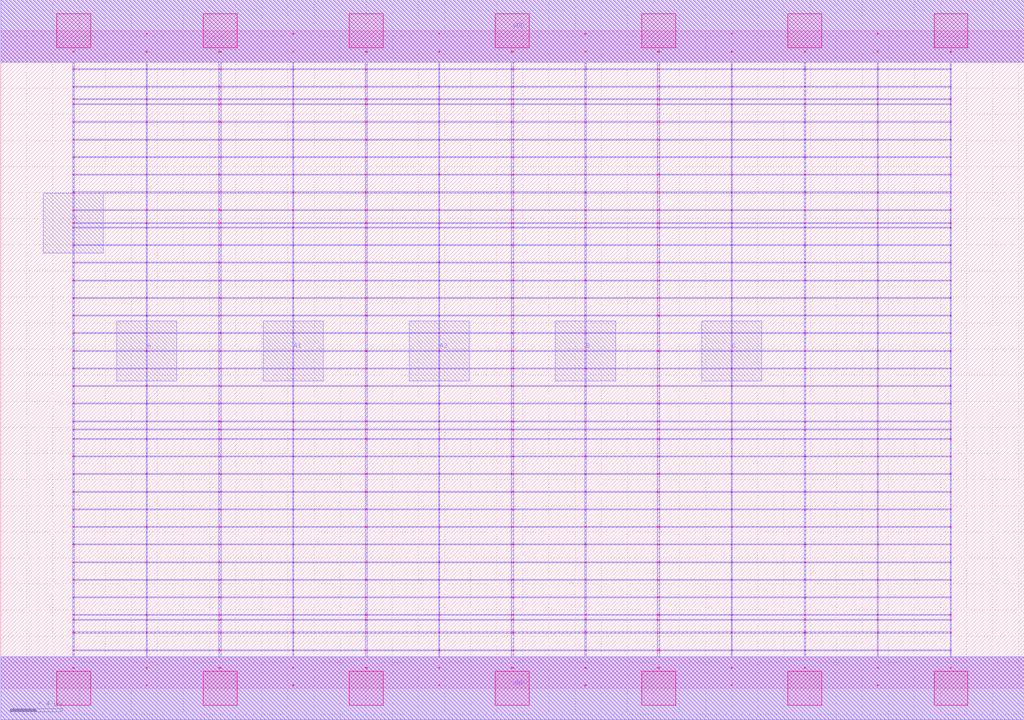
<source format=lef>
MACRO AOAI311_DEBUG
 CLASS CORE ;
 FOREIGN AOAI311_DEBUG 0 0 ;
 SIZE 7.84 BY 5.04 ;
 ORIGIN 0 0 ;
 SYMMETRY X Y R90 ;
 SITE unit ;
  PIN VDD
   DIRECTION INOUT ;
   USE SIGNAL ;
   SHAPE ABUTMENT ;
    PORT
     CLASS CORE ;
       LAYER met1 ;
        RECT 0.00000000 4.80000000 7.84000000 5.28000000 ;
       LAYER met2 ;
        RECT 0.00000000 4.80000000 7.84000000 5.28000000 ;
    END
  END VDD

  PIN GND
   DIRECTION INOUT ;
   USE SIGNAL ;
   SHAPE ABUTMENT ;
    PORT
     CLASS CORE ;
       LAYER met1 ;
        RECT 0.00000000 -0.24000000 7.84000000 0.24000000 ;
       LAYER met2 ;
        RECT 0.00000000 -0.24000000 7.84000000 0.24000000 ;
    END
  END GND

  PIN Y
   DIRECTION INOUT ;
   USE SIGNAL ;
   SHAPE ABUTMENT ;
    PORT
     CLASS CORE ;
       LAYER met2 ;
        RECT 0.32500000 3.33500000 0.78500000 3.79500000 ;
    END
  END Y

  PIN C
   DIRECTION INOUT ;
   USE SIGNAL ;
   SHAPE ABUTMENT ;
    PORT
     CLASS CORE ;
       LAYER met2 ;
        RECT 5.37000000 2.35700000 5.83000000 2.81700000 ;
    END
  END C

  PIN A2
   DIRECTION INOUT ;
   USE SIGNAL ;
   SHAPE ABUTMENT ;
    PORT
     CLASS CORE ;
       LAYER met2 ;
        RECT 3.13000000 2.35700000 3.59000000 2.81700000 ;
    END
  END A2

  PIN A
   DIRECTION INOUT ;
   USE SIGNAL ;
   SHAPE ABUTMENT ;
    PORT
     CLASS CORE ;
       LAYER met2 ;
        RECT 0.89000000 2.35700000 1.35000000 2.81700000 ;
    END
  END A

  PIN B
   DIRECTION INOUT ;
   USE SIGNAL ;
   SHAPE ABUTMENT ;
    PORT
     CLASS CORE ;
       LAYER met2 ;
        RECT 4.25000000 2.35700000 4.71000000 2.81700000 ;
    END
  END B

  PIN A1
   DIRECTION INOUT ;
   USE SIGNAL ;
   SHAPE ABUTMENT ;
    PORT
     CLASS CORE ;
       LAYER met2 ;
        RECT 2.01000000 2.35700000 2.47000000 2.81700000 ;
    END
  END A1

 OBS
    LAYER polycont ;
     RECT 3.91100000 2.58300000 3.92900000 2.59100000 ;
     RECT 3.91100000 2.71800000 3.92900000 2.72600000 ;
     RECT 3.91100000 2.85300000 3.92900000 2.86100000 ;
     RECT 3.91100000 2.98800000 3.92900000 2.99600000 ;
     RECT 6.15600000 2.58300000 6.16900000 2.59100000 ;
     RECT 6.71600000 2.58300000 6.72400000 2.59100000 ;
     RECT 7.27600000 2.58300000 7.28400000 2.59100000 ;
     RECT 4.47600000 2.58300000 4.48400000 2.59100000 ;
     RECT 4.47600000 2.71800000 4.48400000 2.72600000 ;
     RECT 5.03100000 2.71800000 5.04900000 2.72600000 ;
     RECT 5.59600000 2.71800000 5.60400000 2.72600000 ;
     RECT 6.15600000 2.71800000 6.16900000 2.72600000 ;
     RECT 6.71600000 2.71800000 6.72400000 2.72600000 ;
     RECT 7.27600000 2.71800000 7.28400000 2.72600000 ;
     RECT 5.03100000 2.58300000 5.04900000 2.59100000 ;
     RECT 4.47600000 2.85300000 4.48400000 2.86100000 ;
     RECT 5.03100000 2.85300000 5.04900000 2.86100000 ;
     RECT 5.59600000 2.85300000 5.60400000 2.86100000 ;
     RECT 6.15600000 2.85300000 6.16900000 2.86100000 ;
     RECT 6.71600000 2.85300000 6.72400000 2.86100000 ;
     RECT 7.27600000 2.85300000 7.28400000 2.86100000 ;
     RECT 5.59600000 2.58300000 5.60400000 2.59100000 ;
     RECT 4.47600000 2.98800000 4.48400000 2.99600000 ;
     RECT 5.03100000 2.98800000 5.04900000 2.99600000 ;
     RECT 5.59600000 2.98800000 5.60400000 2.99600000 ;
     RECT 6.15600000 2.98800000 6.16900000 2.99600000 ;
     RECT 6.71600000 2.98800000 6.72400000 2.99600000 ;
     RECT 7.27600000 2.98800000 7.28400000 2.99600000 ;
     RECT 6.71600000 3.12300000 6.72400000 3.13100000 ;
     RECT 7.27600000 3.12300000 7.28400000 3.13100000 ;
     RECT 6.71600000 3.25800000 6.72400000 3.26600000 ;
     RECT 7.27600000 3.25800000 7.28400000 3.26600000 ;
     RECT 6.71600000 3.39300000 6.72400000 3.40100000 ;
     RECT 7.27600000 3.39300000 7.28400000 3.40100000 ;
     RECT 6.71600000 3.52800000 6.72400000 3.53600000 ;
     RECT 7.27600000 3.52800000 7.28400000 3.53600000 ;
     RECT 6.71600000 3.56100000 6.72400000 3.56900000 ;
     RECT 7.27600000 3.56100000 7.28400000 3.56900000 ;
     RECT 6.71600000 3.66300000 6.72400000 3.67100000 ;
     RECT 7.27600000 3.66300000 7.28400000 3.67100000 ;
     RECT 6.71600000 3.79800000 6.72400000 3.80600000 ;
     RECT 7.27600000 3.79800000 7.28400000 3.80600000 ;
     RECT 6.71600000 3.93300000 6.72400000 3.94100000 ;
     RECT 7.27600000 3.93300000 7.28400000 3.94100000 ;
     RECT 6.71600000 4.06800000 6.72400000 4.07600000 ;
     RECT 7.27600000 4.06800000 7.28400000 4.07600000 ;
     RECT 6.71600000 4.20300000 6.72400000 4.21100000 ;
     RECT 7.27600000 4.20300000 7.28400000 4.21100000 ;
     RECT 6.71600000 4.33800000 6.72400000 4.34600000 ;
     RECT 7.27600000 4.33800000 7.28400000 4.34600000 ;
     RECT 6.71600000 4.47300000 6.72400000 4.48100000 ;
     RECT 7.27600000 4.47300000 7.28400000 4.48100000 ;
     RECT 6.71600000 4.51100000 6.72400000 4.51900000 ;
     RECT 7.27600000 4.51100000 7.28400000 4.51900000 ;
     RECT 6.71600000 4.60800000 6.72400000 4.61600000 ;
     RECT 7.27600000 4.60800000 7.28400000 4.61600000 ;
     RECT 6.71600000 4.74300000 6.72400000 4.75100000 ;
     RECT 7.27600000 4.74300000 7.28400000 4.75100000 ;
     RECT 6.71600000 4.87800000 6.72400000 4.88600000 ;
     RECT 7.27600000 4.87800000 7.28400000 4.88600000 ;
     RECT 3.35600000 2.71800000 3.36400000 2.72600000 ;
     RECT 1.11600000 2.58300000 1.12400000 2.59100000 ;
     RECT 1.67100000 2.58300000 1.68900000 2.59100000 ;
     RECT 0.55100000 2.98800000 0.56400000 2.99600000 ;
     RECT 1.11600000 2.98800000 1.12400000 2.99600000 ;
     RECT 1.67100000 2.98800000 1.68900000 2.99600000 ;
     RECT 2.23600000 2.98800000 2.24400000 2.99600000 ;
     RECT 2.79100000 2.98800000 2.80900000 2.99600000 ;
     RECT 3.35600000 2.98800000 3.36400000 2.99600000 ;
     RECT 2.23600000 2.58300000 2.24400000 2.59100000 ;
     RECT 2.79100000 2.58300000 2.80900000 2.59100000 ;
     RECT 3.35600000 2.58300000 3.36400000 2.59100000 ;
     RECT 0.55100000 2.58300000 0.56400000 2.59100000 ;
     RECT 0.55100000 2.71800000 0.56400000 2.72600000 ;
     RECT 0.55100000 2.85300000 0.56400000 2.86100000 ;
     RECT 1.11600000 2.85300000 1.12400000 2.86100000 ;
     RECT 1.67100000 2.85300000 1.68900000 2.86100000 ;
     RECT 2.23600000 2.85300000 2.24400000 2.86100000 ;
     RECT 2.79100000 2.85300000 2.80900000 2.86100000 ;
     RECT 3.35600000 2.85300000 3.36400000 2.86100000 ;
     RECT 1.11600000 2.71800000 1.12400000 2.72600000 ;
     RECT 1.67100000 2.71800000 1.68900000 2.72600000 ;
     RECT 2.23600000 2.71800000 2.24400000 2.72600000 ;
     RECT 2.79100000 2.71800000 2.80900000 2.72600000 ;
     RECT 5.59600000 0.55800000 5.60400000 0.56600000 ;
     RECT 5.59600000 0.69300000 5.60400000 0.70100000 ;
     RECT 5.59600000 0.82800000 5.60400000 0.83600000 ;
     RECT 5.59600000 0.96300000 5.60400000 0.97100000 ;
     RECT 5.59600000 1.09800000 5.60400000 1.10600000 ;
     RECT 5.59600000 1.23300000 5.60400000 1.24100000 ;
     RECT 5.59600000 1.36800000 5.60400000 1.37600000 ;
     RECT 5.59600000 1.50300000 5.60400000 1.51100000 ;
     RECT 5.59600000 1.63800000 5.60400000 1.64600000 ;
     RECT 5.59600000 1.77300000 5.60400000 1.78100000 ;
     RECT 5.59600000 1.90800000 5.60400000 1.91600000 ;
     RECT 5.59600000 1.98100000 5.60400000 1.98900000 ;
     RECT 5.59600000 2.04300000 5.60400000 2.05100000 ;
     RECT 5.59600000 2.17800000 5.60400000 2.18600000 ;
     RECT 5.59600000 2.31300000 5.60400000 2.32100000 ;
     RECT 5.59600000 2.44800000 5.60400000 2.45600000 ;
     RECT 5.59600000 0.15300000 5.60400000 0.16100000 ;
     RECT 5.59600000 0.28800000 5.60400000 0.29600000 ;
     RECT 5.59600000 0.42300000 5.60400000 0.43100000 ;
     RECT 5.59600000 0.52100000 5.60400000 0.52900000 ;

    LAYER pdiffc ;
     RECT 0.55100000 3.39300000 0.55900000 3.40100000 ;
     RECT 6.16100000 3.39300000 6.16900000 3.40100000 ;
     RECT 0.55100000 3.52800000 0.55900000 3.53600000 ;
     RECT 6.16100000 3.52800000 6.16900000 3.53600000 ;
     RECT 0.55100000 3.56100000 0.55900000 3.56900000 ;
     RECT 6.16100000 3.56100000 6.16900000 3.56900000 ;
     RECT 0.55100000 3.66300000 0.55900000 3.67100000 ;
     RECT 6.16100000 3.66300000 6.16900000 3.67100000 ;
     RECT 0.55100000 3.79800000 0.55900000 3.80600000 ;
     RECT 6.16100000 3.79800000 6.16900000 3.80600000 ;
     RECT 0.55100000 3.93300000 0.55900000 3.94100000 ;
     RECT 6.16100000 3.93300000 6.16900000 3.94100000 ;
     RECT 0.55100000 4.06800000 0.55900000 4.07600000 ;
     RECT 6.16100000 4.06800000 6.16900000 4.07600000 ;
     RECT 0.55100000 4.20300000 0.55900000 4.21100000 ;
     RECT 6.16100000 4.20300000 6.16900000 4.21100000 ;
     RECT 0.55100000 4.33800000 0.55900000 4.34600000 ;
     RECT 6.16100000 4.33800000 6.16900000 4.34600000 ;
     RECT 0.55100000 4.47300000 0.55900000 4.48100000 ;
     RECT 6.16100000 4.47300000 6.16900000 4.48100000 ;
     RECT 0.55100000 4.51100000 0.55900000 4.51900000 ;
     RECT 6.16100000 4.51100000 6.16900000 4.51900000 ;
     RECT 0.55100000 4.60800000 0.55900000 4.61600000 ;
     RECT 6.16100000 4.60800000 6.16900000 4.61600000 ;

    LAYER ndiffc ;
     RECT 3.91100000 0.42300000 3.92900000 0.43100000 ;
     RECT 3.91100000 0.52100000 3.92900000 0.52900000 ;
     RECT 3.91100000 0.55800000 3.92900000 0.56600000 ;
     RECT 3.91100000 0.69300000 3.92900000 0.70100000 ;
     RECT 3.91100000 0.82800000 3.92900000 0.83600000 ;
     RECT 3.91100000 0.96300000 3.92900000 0.97100000 ;
     RECT 3.91100000 1.09800000 3.92900000 1.10600000 ;
     RECT 3.91100000 1.23300000 3.92900000 1.24100000 ;
     RECT 3.91100000 1.36800000 3.92900000 1.37600000 ;
     RECT 3.91100000 1.50300000 3.92900000 1.51100000 ;
     RECT 3.91100000 1.63800000 3.92900000 1.64600000 ;
     RECT 3.91100000 1.77300000 3.92900000 1.78100000 ;
     RECT 3.91100000 1.90800000 3.92900000 1.91600000 ;
     RECT 3.91100000 1.98100000 3.92900000 1.98900000 ;
     RECT 3.91100000 2.04300000 3.92900000 2.05100000 ;
     RECT 7.27600000 0.69300000 7.28400000 0.70100000 ;
     RECT 5.03100000 0.42300000 5.04900000 0.43100000 ;
     RECT 5.03100000 0.82800000 5.04900000 0.83600000 ;
     RECT 6.15600000 0.82800000 6.16900000 0.83600000 ;
     RECT 7.27600000 0.82800000 7.28400000 0.83600000 ;
     RECT 5.03100000 0.52100000 5.04900000 0.52900000 ;
     RECT 5.03100000 0.96300000 5.04900000 0.97100000 ;
     RECT 6.15600000 0.96300000 6.16900000 0.97100000 ;
     RECT 7.27600000 0.96300000 7.28400000 0.97100000 ;
     RECT 6.15600000 0.52100000 6.16900000 0.52900000 ;
     RECT 5.03100000 1.09800000 5.04900000 1.10600000 ;
     RECT 6.15600000 1.09800000 6.16900000 1.10600000 ;
     RECT 7.27600000 1.09800000 7.28400000 1.10600000 ;
     RECT 7.27600000 0.52100000 7.28400000 0.52900000 ;
     RECT 5.03100000 1.23300000 5.04900000 1.24100000 ;
     RECT 6.15600000 1.23300000 6.16900000 1.24100000 ;
     RECT 7.27600000 1.23300000 7.28400000 1.24100000 ;
     RECT 6.15600000 0.42300000 6.16900000 0.43100000 ;
     RECT 5.03100000 1.36800000 5.04900000 1.37600000 ;
     RECT 6.15600000 1.36800000 6.16900000 1.37600000 ;
     RECT 7.27600000 1.36800000 7.28400000 1.37600000 ;
     RECT 5.03100000 0.55800000 5.04900000 0.56600000 ;
     RECT 5.03100000 1.50300000 5.04900000 1.51100000 ;
     RECT 6.15600000 1.50300000 6.16900000 1.51100000 ;
     RECT 7.27600000 1.50300000 7.28400000 1.51100000 ;
     RECT 6.15600000 0.55800000 6.16900000 0.56600000 ;
     RECT 5.03100000 1.63800000 5.04900000 1.64600000 ;
     RECT 6.15600000 1.63800000 6.16900000 1.64600000 ;
     RECT 7.27600000 1.63800000 7.28400000 1.64600000 ;
     RECT 7.27600000 0.55800000 7.28400000 0.56600000 ;
     RECT 5.03100000 1.77300000 5.04900000 1.78100000 ;
     RECT 6.15600000 1.77300000 6.16900000 1.78100000 ;
     RECT 7.27600000 1.77300000 7.28400000 1.78100000 ;
     RECT 7.27600000 0.42300000 7.28400000 0.43100000 ;
     RECT 5.03100000 1.90800000 5.04900000 1.91600000 ;
     RECT 6.15600000 1.90800000 6.16900000 1.91600000 ;
     RECT 7.27600000 1.90800000 7.28400000 1.91600000 ;
     RECT 5.03100000 0.69300000 5.04900000 0.70100000 ;
     RECT 5.03100000 1.98100000 5.04900000 1.98900000 ;
     RECT 6.15600000 1.98100000 6.16900000 1.98900000 ;
     RECT 7.27600000 1.98100000 7.28400000 1.98900000 ;
     RECT 6.15600000 0.69300000 6.16900000 0.70100000 ;
     RECT 5.03100000 2.04300000 5.04900000 2.05100000 ;
     RECT 6.15600000 2.04300000 6.16900000 2.05100000 ;
     RECT 7.27600000 2.04300000 7.28400000 2.05100000 ;
     RECT 2.79100000 0.52100000 2.80900000 0.52900000 ;
     RECT 1.67100000 0.42300000 1.68900000 0.43100000 ;
     RECT 0.55100000 0.96300000 0.56400000 0.97100000 ;
     RECT 0.55100000 1.50300000 0.56400000 1.51100000 ;
     RECT 1.67100000 1.50300000 1.68900000 1.51100000 ;
     RECT 2.79100000 1.50300000 2.80900000 1.51100000 ;
     RECT 1.67100000 0.96300000 1.68900000 0.97100000 ;
     RECT 2.79100000 0.96300000 2.80900000 0.97100000 ;
     RECT 2.79100000 0.42300000 2.80900000 0.43100000 ;
     RECT 0.55100000 0.69300000 0.56400000 0.70100000 ;
     RECT 0.55100000 1.63800000 0.56400000 1.64600000 ;
     RECT 1.67100000 1.63800000 1.68900000 1.64600000 ;
     RECT 2.79100000 1.63800000 2.80900000 1.64600000 ;
     RECT 1.67100000 0.69300000 1.68900000 0.70100000 ;
     RECT 2.79100000 0.69300000 2.80900000 0.70100000 ;
     RECT 0.55100000 1.09800000 0.56400000 1.10600000 ;
     RECT 1.67100000 1.09800000 1.68900000 1.10600000 ;
     RECT 0.55100000 1.77300000 0.56400000 1.78100000 ;
     RECT 1.67100000 1.77300000 1.68900000 1.78100000 ;
     RECT 2.79100000 1.77300000 2.80900000 1.78100000 ;
     RECT 2.79100000 1.09800000 2.80900000 1.10600000 ;
     RECT 0.55100000 0.42300000 0.56400000 0.43100000 ;
     RECT 0.55100000 0.52100000 0.56400000 0.52900000 ;
     RECT 0.55100000 0.55800000 0.56400000 0.56600000 ;
     RECT 0.55100000 1.90800000 0.56400000 1.91600000 ;
     RECT 1.67100000 1.90800000 1.68900000 1.91600000 ;
     RECT 2.79100000 1.90800000 2.80900000 1.91600000 ;
     RECT 1.67100000 0.55800000 1.68900000 0.56600000 ;
     RECT 0.55100000 1.23300000 0.56400000 1.24100000 ;
     RECT 1.67100000 1.23300000 1.68900000 1.24100000 ;
     RECT 2.79100000 1.23300000 2.80900000 1.24100000 ;
     RECT 0.55100000 1.98100000 0.56400000 1.98900000 ;
     RECT 1.67100000 1.98100000 1.68900000 1.98900000 ;
     RECT 2.79100000 1.98100000 2.80900000 1.98900000 ;
     RECT 0.55100000 0.82800000 0.56400000 0.83600000 ;
     RECT 1.67100000 0.82800000 1.68900000 0.83600000 ;
     RECT 2.79100000 0.82800000 2.80900000 0.83600000 ;
     RECT 2.79100000 0.55800000 2.80900000 0.56600000 ;
     RECT 0.55100000 2.04300000 0.56400000 2.05100000 ;
     RECT 1.67100000 2.04300000 1.68900000 2.05100000 ;
     RECT 2.79100000 2.04300000 2.80900000 2.05100000 ;
     RECT 0.55100000 1.36800000 0.56400000 1.37600000 ;
     RECT 1.67100000 1.36800000 1.68900000 1.37600000 ;
     RECT 2.79100000 1.36800000 2.80900000 1.37600000 ;
     RECT 1.67100000 0.52100000 1.68900000 0.52900000 ;

    LAYER met1 ;
     RECT 0.00000000 -0.24000000 7.84000000 0.24000000 ;
     RECT 3.91100000 0.24000000 3.92900000 0.28800000 ;
     RECT 0.55100000 0.28800000 7.28400000 0.29600000 ;
     RECT 3.91100000 0.29600000 3.92900000 0.42300000 ;
     RECT 0.55100000 0.42300000 7.28400000 0.43100000 ;
     RECT 3.91100000 0.43100000 3.92900000 0.52100000 ;
     RECT 0.55100000 0.52100000 7.28400000 0.52900000 ;
     RECT 3.91100000 0.52900000 3.92900000 0.55800000 ;
     RECT 0.55100000 0.55800000 7.28400000 0.56600000 ;
     RECT 3.91100000 0.56600000 3.92900000 0.69300000 ;
     RECT 0.55100000 0.69300000 7.28400000 0.70100000 ;
     RECT 3.91100000 0.70100000 3.92900000 0.82800000 ;
     RECT 0.55100000 0.82800000 7.28400000 0.83600000 ;
     RECT 3.91100000 0.83600000 3.92900000 0.96300000 ;
     RECT 0.55100000 0.96300000 7.28400000 0.97100000 ;
     RECT 3.91100000 0.97100000 3.92900000 1.09800000 ;
     RECT 0.55100000 1.09800000 7.28400000 1.10600000 ;
     RECT 3.91100000 1.10600000 3.92900000 1.23300000 ;
     RECT 0.55100000 1.23300000 7.28400000 1.24100000 ;
     RECT 3.91100000 1.24100000 3.92900000 1.36800000 ;
     RECT 0.55100000 1.36800000 7.28400000 1.37600000 ;
     RECT 3.91100000 1.37600000 3.92900000 1.50300000 ;
     RECT 0.55100000 1.50300000 7.28400000 1.51100000 ;
     RECT 3.91100000 1.51100000 3.92900000 1.63800000 ;
     RECT 0.55100000 1.63800000 7.28400000 1.64600000 ;
     RECT 3.91100000 1.64600000 3.92900000 1.77300000 ;
     RECT 0.55100000 1.77300000 7.28400000 1.78100000 ;
     RECT 3.91100000 1.78100000 3.92900000 1.90800000 ;
     RECT 0.55100000 1.90800000 7.28400000 1.91600000 ;
     RECT 3.91100000 1.91600000 3.92900000 1.98100000 ;
     RECT 0.55100000 1.98100000 7.28400000 1.98900000 ;
     RECT 3.91100000 1.98900000 3.92900000 2.04300000 ;
     RECT 0.55100000 2.04300000 7.28400000 2.05100000 ;
     RECT 3.91100000 2.05100000 3.92900000 2.17800000 ;
     RECT 0.55100000 2.17800000 7.28400000 2.18600000 ;
     RECT 3.91100000 2.18600000 3.92900000 2.31300000 ;
     RECT 0.55100000 2.31300000 7.28400000 2.32100000 ;
     RECT 3.91100000 2.32100000 3.92900000 2.44800000 ;
     RECT 0.55100000 2.44800000 7.28400000 2.45600000 ;
     RECT 0.55100000 2.45600000 0.56400000 2.58300000 ;
     RECT 1.11600000 2.45600000 1.12400000 2.58300000 ;
     RECT 1.67100000 2.45600000 1.68900000 2.58300000 ;
     RECT 2.23600000 2.45600000 2.24400000 2.58300000 ;
     RECT 2.79100000 2.45600000 2.80900000 2.58300000 ;
     RECT 3.35600000 2.45600000 3.36400000 2.58300000 ;
     RECT 3.91100000 2.45600000 3.92900000 2.58300000 ;
     RECT 4.47600000 2.45600000 4.48400000 2.58300000 ;
     RECT 5.03100000 2.45600000 5.04900000 2.58300000 ;
     RECT 5.59600000 2.45600000 5.60400000 2.58300000 ;
     RECT 6.15600000 2.45600000 6.16900000 2.58300000 ;
     RECT 6.71600000 2.45600000 6.72400000 2.58300000 ;
     RECT 7.27600000 2.45600000 7.28400000 2.58300000 ;
     RECT 0.55100000 2.58300000 7.28400000 2.59100000 ;
     RECT 3.91100000 2.59100000 3.92900000 2.71800000 ;
     RECT 0.55100000 2.71800000 7.28400000 2.72600000 ;
     RECT 3.91100000 2.72600000 3.92900000 2.85300000 ;
     RECT 0.55100000 2.85300000 7.28400000 2.86100000 ;
     RECT 3.91100000 2.86100000 3.92900000 2.98800000 ;
     RECT 0.55100000 2.98800000 7.28400000 2.99600000 ;
     RECT 3.91100000 2.99600000 3.92900000 3.12300000 ;
     RECT 0.55100000 3.12300000 7.28400000 3.13100000 ;
     RECT 3.91100000 3.13100000 3.92900000 3.25800000 ;
     RECT 0.55100000 3.25800000 7.28400000 3.26600000 ;
     RECT 3.91100000 3.26600000 3.92900000 3.39300000 ;
     RECT 0.55100000 3.39300000 7.28400000 3.40100000 ;
     RECT 3.91100000 3.40100000 3.92900000 3.52800000 ;
     RECT 0.55100000 3.52800000 7.28400000 3.53600000 ;
     RECT 3.91100000 3.53600000 3.92900000 3.56100000 ;
     RECT 0.55100000 3.56100000 7.28400000 3.56900000 ;
     RECT 3.91100000 3.56900000 3.92900000 3.66300000 ;
     RECT 0.55100000 3.66300000 7.28400000 3.67100000 ;
     RECT 3.91100000 3.67100000 3.92900000 3.79800000 ;
     RECT 0.55100000 3.79800000 7.28400000 3.80600000 ;
     RECT 3.91100000 3.80600000 3.92900000 3.93300000 ;
     RECT 0.55100000 3.93300000 7.28400000 3.94100000 ;
     RECT 3.91100000 3.94100000 3.92900000 4.06800000 ;
     RECT 0.55100000 4.06800000 7.28400000 4.07600000 ;
     RECT 3.91100000 4.07600000 3.92900000 4.20300000 ;
     RECT 0.55100000 4.20300000 7.28400000 4.21100000 ;
     RECT 3.91100000 4.21100000 3.92900000 4.33800000 ;
     RECT 0.55100000 4.33800000 7.28400000 4.34600000 ;
     RECT 3.91100000 4.34600000 3.92900000 4.47300000 ;
     RECT 0.55100000 4.47300000 7.28400000 4.48100000 ;
     RECT 3.91100000 4.48100000 3.92900000 4.51100000 ;
     RECT 0.55100000 4.51100000 7.28400000 4.51900000 ;
     RECT 3.91100000 4.51900000 3.92900000 4.60800000 ;
     RECT 0.55100000 4.60800000 7.28400000 4.61600000 ;
     RECT 3.91100000 4.61600000 3.92900000 4.74300000 ;
     RECT 0.55100000 4.74300000 7.28400000 4.75100000 ;
     RECT 3.91100000 4.75100000 3.92900000 4.80000000 ;
     RECT 0.00000000 4.80000000 7.84000000 5.28000000 ;
     RECT 4.47600000 3.80600000 4.48400000 3.93300000 ;
     RECT 5.03100000 3.80600000 5.04900000 3.93300000 ;
     RECT 5.59600000 3.80600000 5.60400000 3.93300000 ;
     RECT 6.15600000 3.80600000 6.16900000 3.93300000 ;
     RECT 6.71600000 3.80600000 6.72400000 3.93300000 ;
     RECT 7.27600000 3.80600000 7.28400000 3.93300000 ;
     RECT 6.15600000 3.94100000 6.16900000 4.06800000 ;
     RECT 6.71600000 3.94100000 6.72400000 4.06800000 ;
     RECT 7.27600000 3.94100000 7.28400000 4.06800000 ;
     RECT 6.15600000 4.07600000 6.16900000 4.20300000 ;
     RECT 6.71600000 4.07600000 6.72400000 4.20300000 ;
     RECT 7.27600000 4.07600000 7.28400000 4.20300000 ;
     RECT 6.15600000 4.21100000 6.16900000 4.33800000 ;
     RECT 6.71600000 4.21100000 6.72400000 4.33800000 ;
     RECT 7.27600000 4.21100000 7.28400000 4.33800000 ;
     RECT 6.15600000 4.34600000 6.16900000 4.47300000 ;
     RECT 6.71600000 4.34600000 6.72400000 4.47300000 ;
     RECT 7.27600000 4.34600000 7.28400000 4.47300000 ;
     RECT 6.15600000 4.48100000 6.16900000 4.51100000 ;
     RECT 6.71600000 4.48100000 6.72400000 4.51100000 ;
     RECT 7.27600000 4.48100000 7.28400000 4.51100000 ;
     RECT 6.15600000 4.51900000 6.16900000 4.60800000 ;
     RECT 6.71600000 4.51900000 6.72400000 4.60800000 ;
     RECT 7.27600000 4.51900000 7.28400000 4.60800000 ;
     RECT 6.15600000 4.61600000 6.16900000 4.74300000 ;
     RECT 6.71600000 4.61600000 6.72400000 4.74300000 ;
     RECT 7.27600000 4.61600000 7.28400000 4.74300000 ;
     RECT 6.15600000 4.75100000 6.16900000 4.80000000 ;
     RECT 6.71600000 4.75100000 6.72400000 4.80000000 ;
     RECT 7.27600000 4.75100000 7.28400000 4.80000000 ;
     RECT 4.47600000 4.48100000 4.48400000 4.51100000 ;
     RECT 5.03100000 4.48100000 5.04900000 4.51100000 ;
     RECT 5.59600000 4.48100000 5.60400000 4.51100000 ;
     RECT 4.47600000 4.21100000 4.48400000 4.33800000 ;
     RECT 5.03100000 4.21100000 5.04900000 4.33800000 ;
     RECT 5.59600000 4.21100000 5.60400000 4.33800000 ;
     RECT 4.47600000 4.51900000 4.48400000 4.60800000 ;
     RECT 5.03100000 4.51900000 5.04900000 4.60800000 ;
     RECT 5.59600000 4.51900000 5.60400000 4.60800000 ;
     RECT 4.47600000 4.07600000 4.48400000 4.20300000 ;
     RECT 5.03100000 4.07600000 5.04900000 4.20300000 ;
     RECT 5.59600000 4.07600000 5.60400000 4.20300000 ;
     RECT 4.47600000 4.61600000 4.48400000 4.74300000 ;
     RECT 5.03100000 4.61600000 5.04900000 4.74300000 ;
     RECT 5.59600000 4.61600000 5.60400000 4.74300000 ;
     RECT 4.47600000 4.34600000 4.48400000 4.47300000 ;
     RECT 5.03100000 4.34600000 5.04900000 4.47300000 ;
     RECT 5.59600000 4.34600000 5.60400000 4.47300000 ;
     RECT 4.47600000 4.75100000 4.48400000 4.80000000 ;
     RECT 5.03100000 4.75100000 5.04900000 4.80000000 ;
     RECT 5.59600000 4.75100000 5.60400000 4.80000000 ;
     RECT 4.47600000 3.94100000 4.48400000 4.06800000 ;
     RECT 5.03100000 3.94100000 5.04900000 4.06800000 ;
     RECT 5.59600000 3.94100000 5.60400000 4.06800000 ;
     RECT 5.03100000 3.40100000 5.04900000 3.52800000 ;
     RECT 5.59600000 3.40100000 5.60400000 3.52800000 ;
     RECT 4.47600000 3.53600000 4.48400000 3.56100000 ;
     RECT 5.03100000 3.53600000 5.04900000 3.56100000 ;
     RECT 5.59600000 3.53600000 5.60400000 3.56100000 ;
     RECT 5.59600000 2.59100000 5.60400000 2.71800000 ;
     RECT 4.47600000 3.56900000 4.48400000 3.66300000 ;
     RECT 4.47600000 2.59100000 4.48400000 2.71800000 ;
     RECT 5.03100000 2.59100000 5.04900000 2.71800000 ;
     RECT 5.03100000 3.56900000 5.04900000 3.66300000 ;
     RECT 5.59600000 3.56900000 5.60400000 3.66300000 ;
     RECT 4.47600000 2.86100000 4.48400000 2.98800000 ;
     RECT 5.03100000 2.86100000 5.04900000 2.98800000 ;
     RECT 4.47600000 2.99600000 4.48400000 3.12300000 ;
     RECT 5.03100000 2.99600000 5.04900000 3.12300000 ;
     RECT 4.47600000 3.13100000 4.48400000 3.25800000 ;
     RECT 5.03100000 3.13100000 5.04900000 3.25800000 ;
     RECT 4.47600000 3.67100000 4.48400000 3.79800000 ;
     RECT 5.03100000 3.67100000 5.04900000 3.79800000 ;
     RECT 5.59600000 3.67100000 5.60400000 3.79800000 ;
     RECT 5.59600000 2.86100000 5.60400000 2.98800000 ;
     RECT 4.47600000 2.72600000 4.48400000 2.85300000 ;
     RECT 5.03100000 2.72600000 5.04900000 2.85300000 ;
     RECT 5.59600000 3.13100000 5.60400000 3.25800000 ;
     RECT 5.59600000 2.99600000 5.60400000 3.12300000 ;
     RECT 4.47600000 3.26600000 4.48400000 3.39300000 ;
     RECT 5.03100000 3.26600000 5.04900000 3.39300000 ;
     RECT 5.59600000 3.26600000 5.60400000 3.39300000 ;
     RECT 5.59600000 2.72600000 5.60400000 2.85300000 ;
     RECT 4.47600000 3.40100000 4.48400000 3.52800000 ;
     RECT 7.27600000 3.40100000 7.28400000 3.52800000 ;
     RECT 6.71600000 2.59100000 6.72400000 2.71800000 ;
     RECT 7.27600000 2.59100000 7.28400000 2.71800000 ;
     RECT 6.71600000 2.72600000 6.72400000 2.85300000 ;
     RECT 7.27600000 2.72600000 7.28400000 2.85300000 ;
     RECT 7.27600000 3.13100000 7.28400000 3.25800000 ;
     RECT 6.15600000 2.72600000 6.16900000 2.85300000 ;
     RECT 6.15600000 3.67100000 6.16900000 3.79800000 ;
     RECT 6.71600000 3.67100000 6.72400000 3.79800000 ;
     RECT 7.27600000 3.67100000 7.28400000 3.79800000 ;
     RECT 6.15600000 3.26600000 6.16900000 3.39300000 ;
     RECT 6.15600000 2.86100000 6.16900000 2.98800000 ;
     RECT 6.15600000 3.53600000 6.16900000 3.56100000 ;
     RECT 6.71600000 3.53600000 6.72400000 3.56100000 ;
     RECT 7.27600000 3.53600000 7.28400000 3.56100000 ;
     RECT 6.71600000 3.26600000 6.72400000 3.39300000 ;
     RECT 6.15600000 2.59100000 6.16900000 2.71800000 ;
     RECT 7.27600000 3.26600000 7.28400000 3.39300000 ;
     RECT 6.15600000 2.99600000 6.16900000 3.12300000 ;
     RECT 6.71600000 2.86100000 6.72400000 2.98800000 ;
     RECT 7.27600000 2.86100000 7.28400000 2.98800000 ;
     RECT 6.15600000 3.40100000 6.16900000 3.52800000 ;
     RECT 6.15600000 3.13100000 6.16900000 3.25800000 ;
     RECT 6.71600000 3.40100000 6.72400000 3.52800000 ;
     RECT 6.15600000 3.56900000 6.16900000 3.66300000 ;
     RECT 6.71600000 3.56900000 6.72400000 3.66300000 ;
     RECT 6.71600000 2.99600000 6.72400000 3.12300000 ;
     RECT 7.27600000 2.99600000 7.28400000 3.12300000 ;
     RECT 7.27600000 3.56900000 7.28400000 3.66300000 ;
     RECT 6.71600000 3.13100000 6.72400000 3.25800000 ;
     RECT 0.55100000 3.80600000 0.56400000 3.93300000 ;
     RECT 1.11600000 3.80600000 1.12400000 3.93300000 ;
     RECT 1.67100000 3.80600000 1.68900000 3.93300000 ;
     RECT 2.23600000 3.80600000 2.24400000 3.93300000 ;
     RECT 2.79100000 3.80600000 2.80900000 3.93300000 ;
     RECT 3.35600000 3.80600000 3.36400000 3.93300000 ;
     RECT 2.23600000 4.21100000 2.24400000 4.33800000 ;
     RECT 2.79100000 4.21100000 2.80900000 4.33800000 ;
     RECT 3.35600000 4.21100000 3.36400000 4.33800000 ;
     RECT 2.23600000 4.34600000 2.24400000 4.47300000 ;
     RECT 2.79100000 4.34600000 2.80900000 4.47300000 ;
     RECT 3.35600000 4.34600000 3.36400000 4.47300000 ;
     RECT 2.23600000 4.48100000 2.24400000 4.51100000 ;
     RECT 2.79100000 4.48100000 2.80900000 4.51100000 ;
     RECT 3.35600000 4.48100000 3.36400000 4.51100000 ;
     RECT 2.23600000 4.51900000 2.24400000 4.60800000 ;
     RECT 2.79100000 4.51900000 2.80900000 4.60800000 ;
     RECT 3.35600000 4.51900000 3.36400000 4.60800000 ;
     RECT 2.23600000 4.61600000 2.24400000 4.74300000 ;
     RECT 2.79100000 4.61600000 2.80900000 4.74300000 ;
     RECT 3.35600000 4.61600000 3.36400000 4.74300000 ;
     RECT 2.23600000 3.94100000 2.24400000 4.06800000 ;
     RECT 2.79100000 3.94100000 2.80900000 4.06800000 ;
     RECT 3.35600000 3.94100000 3.36400000 4.06800000 ;
     RECT 2.23600000 4.07600000 2.24400000 4.20300000 ;
     RECT 2.23600000 4.75100000 2.24400000 4.80000000 ;
     RECT 2.79100000 4.75100000 2.80900000 4.80000000 ;
     RECT 3.35600000 4.75100000 3.36400000 4.80000000 ;
     RECT 2.79100000 4.07600000 2.80900000 4.20300000 ;
     RECT 3.35600000 4.07600000 3.36400000 4.20300000 ;
     RECT 0.55100000 4.51900000 0.56400000 4.60800000 ;
     RECT 1.11600000 4.51900000 1.12400000 4.60800000 ;
     RECT 1.67100000 4.51900000 1.68900000 4.60800000 ;
     RECT 0.55100000 4.07600000 0.56400000 4.20300000 ;
     RECT 1.11600000 4.07600000 1.12400000 4.20300000 ;
     RECT 1.67100000 4.07600000 1.68900000 4.20300000 ;
     RECT 0.55100000 4.61600000 0.56400000 4.74300000 ;
     RECT 1.11600000 4.61600000 1.12400000 4.74300000 ;
     RECT 1.67100000 4.61600000 1.68900000 4.74300000 ;
     RECT 0.55100000 4.34600000 0.56400000 4.47300000 ;
     RECT 1.11600000 4.34600000 1.12400000 4.47300000 ;
     RECT 1.67100000 4.34600000 1.68900000 4.47300000 ;
     RECT 0.55100000 3.94100000 0.56400000 4.06800000 ;
     RECT 1.11600000 3.94100000 1.12400000 4.06800000 ;
     RECT 1.67100000 3.94100000 1.68900000 4.06800000 ;
     RECT 0.55100000 4.48100000 0.56400000 4.51100000 ;
     RECT 0.55100000 4.75100000 0.56400000 4.80000000 ;
     RECT 1.11600000 4.75100000 1.12400000 4.80000000 ;
     RECT 1.67100000 4.75100000 1.68900000 4.80000000 ;
     RECT 1.11600000 4.48100000 1.12400000 4.51100000 ;
     RECT 1.67100000 4.48100000 1.68900000 4.51100000 ;
     RECT 0.55100000 4.21100000 0.56400000 4.33800000 ;
     RECT 1.11600000 4.21100000 1.12400000 4.33800000 ;
     RECT 1.67100000 4.21100000 1.68900000 4.33800000 ;
     RECT 1.67100000 3.13100000 1.68900000 3.25800000 ;
     RECT 0.55100000 2.86100000 0.56400000 2.98800000 ;
     RECT 1.67100000 2.86100000 1.68900000 2.98800000 ;
     RECT 0.55100000 3.53600000 0.56400000 3.56100000 ;
     RECT 1.11600000 3.53600000 1.12400000 3.56100000 ;
     RECT 1.67100000 3.67100000 1.68900000 3.79800000 ;
     RECT 1.67100000 3.26600000 1.68900000 3.39300000 ;
     RECT 1.67100000 3.53600000 1.68900000 3.56100000 ;
     RECT 1.11600000 2.86100000 1.12400000 2.98800000 ;
     RECT 0.55100000 3.56900000 0.56400000 3.66300000 ;
     RECT 1.11600000 3.56900000 1.12400000 3.66300000 ;
     RECT 1.67100000 3.56900000 1.68900000 3.66300000 ;
     RECT 1.67100000 2.72600000 1.68900000 2.85300000 ;
     RECT 0.55100000 2.99600000 0.56400000 3.12300000 ;
     RECT 1.11600000 2.99600000 1.12400000 3.12300000 ;
     RECT 1.67100000 3.40100000 1.68900000 3.52800000 ;
     RECT 0.55100000 2.59100000 0.56400000 2.71800000 ;
     RECT 1.11600000 2.59100000 1.12400000 2.71800000 ;
     RECT 0.55100000 2.72600000 0.56400000 2.85300000 ;
     RECT 1.11600000 2.72600000 1.12400000 2.85300000 ;
     RECT 0.55100000 3.13100000 0.56400000 3.25800000 ;
     RECT 1.67100000 2.59100000 1.68900000 2.71800000 ;
     RECT 0.55100000 3.26600000 0.56400000 3.39300000 ;
     RECT 1.11600000 3.26600000 1.12400000 3.39300000 ;
     RECT 0.55100000 3.67100000 0.56400000 3.79800000 ;
     RECT 1.11600000 3.67100000 1.12400000 3.79800000 ;
     RECT 1.11600000 3.13100000 1.12400000 3.25800000 ;
     RECT 1.67100000 2.99600000 1.68900000 3.12300000 ;
     RECT 0.55100000 3.40100000 0.56400000 3.52800000 ;
     RECT 1.11600000 3.40100000 1.12400000 3.52800000 ;
     RECT 2.79100000 3.26600000 2.80900000 3.39300000 ;
     RECT 3.35600000 3.26600000 3.36400000 3.39300000 ;
     RECT 2.23600000 3.40100000 2.24400000 3.52800000 ;
     RECT 2.23600000 3.53600000 2.24400000 3.56100000 ;
     RECT 2.79100000 3.53600000 2.80900000 3.56100000 ;
     RECT 2.79100000 2.72600000 2.80900000 2.85300000 ;
     RECT 3.35600000 2.72600000 3.36400000 2.85300000 ;
     RECT 3.35600000 3.53600000 3.36400000 3.56100000 ;
     RECT 2.79100000 2.59100000 2.80900000 2.71800000 ;
     RECT 3.35600000 2.59100000 3.36400000 2.71800000 ;
     RECT 2.23600000 2.59100000 2.24400000 2.71800000 ;
     RECT 2.23600000 2.86100000 2.24400000 2.98800000 ;
     RECT 2.79100000 3.40100000 2.80900000 3.52800000 ;
     RECT 2.23600000 3.13100000 2.24400000 3.25800000 ;
     RECT 2.79100000 3.13100000 2.80900000 3.25800000 ;
     RECT 2.23600000 3.56900000 2.24400000 3.66300000 ;
     RECT 2.79100000 3.56900000 2.80900000 3.66300000 ;
     RECT 3.35600000 3.56900000 3.36400000 3.66300000 ;
     RECT 3.35600000 3.13100000 3.36400000 3.25800000 ;
     RECT 2.23600000 2.72600000 2.24400000 2.85300000 ;
     RECT 2.79100000 2.86100000 2.80900000 2.98800000 ;
     RECT 3.35600000 2.86100000 3.36400000 2.98800000 ;
     RECT 2.23600000 3.67100000 2.24400000 3.79800000 ;
     RECT 2.79100000 3.67100000 2.80900000 3.79800000 ;
     RECT 3.35600000 3.67100000 3.36400000 3.79800000 ;
     RECT 2.23600000 2.99600000 2.24400000 3.12300000 ;
     RECT 2.79100000 2.99600000 2.80900000 3.12300000 ;
     RECT 3.35600000 2.99600000 3.36400000 3.12300000 ;
     RECT 3.35600000 3.40100000 3.36400000 3.52800000 ;
     RECT 2.23600000 3.26600000 2.24400000 3.39300000 ;
     RECT 0.55100000 1.10600000 0.56400000 1.23300000 ;
     RECT 1.11600000 1.10600000 1.12400000 1.23300000 ;
     RECT 1.67100000 1.10600000 1.68900000 1.23300000 ;
     RECT 2.23600000 1.10600000 2.24400000 1.23300000 ;
     RECT 2.79100000 1.10600000 2.80900000 1.23300000 ;
     RECT 3.35600000 1.10600000 3.36400000 1.23300000 ;
     RECT 2.23600000 1.78100000 2.24400000 1.90800000 ;
     RECT 2.79100000 1.78100000 2.80900000 1.90800000 ;
     RECT 3.35600000 1.78100000 3.36400000 1.90800000 ;
     RECT 2.23600000 1.91600000 2.24400000 1.98100000 ;
     RECT 2.79100000 1.91600000 2.80900000 1.98100000 ;
     RECT 3.35600000 1.91600000 3.36400000 1.98100000 ;
     RECT 2.23600000 1.98900000 2.24400000 2.04300000 ;
     RECT 2.79100000 1.98900000 2.80900000 2.04300000 ;
     RECT 3.35600000 1.98900000 3.36400000 2.04300000 ;
     RECT 2.23600000 2.05100000 2.24400000 2.17800000 ;
     RECT 2.79100000 2.05100000 2.80900000 2.17800000 ;
     RECT 3.35600000 2.05100000 3.36400000 2.17800000 ;
     RECT 2.23600000 2.18600000 2.24400000 2.31300000 ;
     RECT 2.79100000 2.18600000 2.80900000 2.31300000 ;
     RECT 3.35600000 2.18600000 3.36400000 2.31300000 ;
     RECT 2.23600000 2.32100000 2.24400000 2.44800000 ;
     RECT 2.79100000 2.32100000 2.80900000 2.44800000 ;
     RECT 3.35600000 2.32100000 3.36400000 2.44800000 ;
     RECT 2.23600000 1.51100000 2.24400000 1.63800000 ;
     RECT 2.79100000 1.51100000 2.80900000 1.63800000 ;
     RECT 3.35600000 1.51100000 3.36400000 1.63800000 ;
     RECT 2.23600000 1.64600000 2.24400000 1.77300000 ;
     RECT 2.79100000 1.64600000 2.80900000 1.77300000 ;
     RECT 3.35600000 1.64600000 3.36400000 1.77300000 ;
     RECT 2.23600000 1.24100000 2.24400000 1.36800000 ;
     RECT 2.79100000 1.24100000 2.80900000 1.36800000 ;
     RECT 3.35600000 1.24100000 3.36400000 1.36800000 ;
     RECT 2.23600000 1.37600000 2.24400000 1.50300000 ;
     RECT 2.79100000 1.37600000 2.80900000 1.50300000 ;
     RECT 3.35600000 1.37600000 3.36400000 1.50300000 ;
     RECT 1.67100000 2.18600000 1.68900000 2.31300000 ;
     RECT 1.67100000 1.91600000 1.68900000 1.98100000 ;
     RECT 1.11600000 1.64600000 1.12400000 1.77300000 ;
     RECT 0.55100000 1.78100000 0.56400000 1.90800000 ;
     RECT 0.55100000 2.32100000 0.56400000 2.44800000 ;
     RECT 1.11600000 2.32100000 1.12400000 2.44800000 ;
     RECT 1.67100000 2.32100000 1.68900000 2.44800000 ;
     RECT 1.11600000 1.78100000 1.12400000 1.90800000 ;
     RECT 0.55100000 1.98900000 0.56400000 2.04300000 ;
     RECT 1.11600000 1.98900000 1.12400000 2.04300000 ;
     RECT 1.67100000 1.98900000 1.68900000 2.04300000 ;
     RECT 1.67100000 1.78100000 1.68900000 1.90800000 ;
     RECT 1.67100000 1.64600000 1.68900000 1.77300000 ;
     RECT 1.67100000 1.51100000 1.68900000 1.63800000 ;
     RECT 0.55100000 2.05100000 0.56400000 2.17800000 ;
     RECT 1.11600000 2.05100000 1.12400000 2.17800000 ;
     RECT 0.55100000 1.24100000 0.56400000 1.36800000 ;
     RECT 1.11600000 1.24100000 1.12400000 1.36800000 ;
     RECT 1.67100000 1.24100000 1.68900000 1.36800000 ;
     RECT 1.67100000 2.05100000 1.68900000 2.17800000 ;
     RECT 0.55100000 1.64600000 0.56400000 1.77300000 ;
     RECT 0.55100000 1.91600000 0.56400000 1.98100000 ;
     RECT 0.55100000 1.37600000 0.56400000 1.50300000 ;
     RECT 1.11600000 1.37600000 1.12400000 1.50300000 ;
     RECT 1.67100000 1.37600000 1.68900000 1.50300000 ;
     RECT 1.11600000 1.91600000 1.12400000 1.98100000 ;
     RECT 0.55100000 2.18600000 0.56400000 2.31300000 ;
     RECT 1.11600000 2.18600000 1.12400000 2.31300000 ;
     RECT 0.55100000 1.51100000 0.56400000 1.63800000 ;
     RECT 1.11600000 1.51100000 1.12400000 1.63800000 ;
     RECT 1.67100000 0.24000000 1.68900000 0.28800000 ;
     RECT 0.55100000 0.56600000 0.56400000 0.69300000 ;
     RECT 1.67100000 0.56600000 1.68900000 0.69300000 ;
     RECT 1.11600000 0.56600000 1.12400000 0.69300000 ;
     RECT 1.11600000 0.52900000 1.12400000 0.55800000 ;
     RECT 1.67100000 0.52900000 1.68900000 0.55800000 ;
     RECT 0.55100000 0.24000000 0.56400000 0.28800000 ;
     RECT 0.55100000 0.43100000 0.56400000 0.52100000 ;
     RECT 1.11600000 0.43100000 1.12400000 0.52100000 ;
     RECT 1.11600000 0.24000000 1.12400000 0.28800000 ;
     RECT 0.55100000 0.52900000 0.56400000 0.55800000 ;
     RECT 0.55100000 0.29600000 0.56400000 0.42300000 ;
     RECT 1.11600000 0.29600000 1.12400000 0.42300000 ;
     RECT 0.55100000 0.70100000 0.56400000 0.82800000 ;
     RECT 1.11600000 0.70100000 1.12400000 0.82800000 ;
     RECT 1.67100000 0.43100000 1.68900000 0.52100000 ;
     RECT 1.67100000 0.70100000 1.68900000 0.82800000 ;
     RECT 1.67100000 0.29600000 1.68900000 0.42300000 ;
     RECT 0.55100000 0.83600000 0.56400000 0.96300000 ;
     RECT 1.11600000 0.83600000 1.12400000 0.96300000 ;
     RECT 1.67100000 0.83600000 1.68900000 0.96300000 ;
     RECT 0.55100000 0.97100000 0.56400000 1.09800000 ;
     RECT 1.11600000 0.97100000 1.12400000 1.09800000 ;
     RECT 1.67100000 0.97100000 1.68900000 1.09800000 ;
     RECT 3.35600000 0.70100000 3.36400000 0.82800000 ;
     RECT 2.23600000 0.56600000 2.24400000 0.69300000 ;
     RECT 2.23600000 0.29600000 2.24400000 0.42300000 ;
     RECT 2.79100000 0.56600000 2.80900000 0.69300000 ;
     RECT 3.35600000 0.56600000 3.36400000 0.69300000 ;
     RECT 2.79100000 0.52900000 2.80900000 0.55800000 ;
     RECT 2.23600000 0.83600000 2.24400000 0.96300000 ;
     RECT 2.79100000 0.83600000 2.80900000 0.96300000 ;
     RECT 3.35600000 0.83600000 3.36400000 0.96300000 ;
     RECT 2.79100000 0.29600000 2.80900000 0.42300000 ;
     RECT 3.35600000 0.29600000 3.36400000 0.42300000 ;
     RECT 3.35600000 0.52900000 3.36400000 0.55800000 ;
     RECT 3.35600000 0.24000000 3.36400000 0.28800000 ;
     RECT 2.23600000 0.43100000 2.24400000 0.52100000 ;
     RECT 2.79100000 0.24000000 2.80900000 0.28800000 ;
     RECT 2.23600000 0.97100000 2.24400000 1.09800000 ;
     RECT 2.79100000 0.97100000 2.80900000 1.09800000 ;
     RECT 3.35600000 0.97100000 3.36400000 1.09800000 ;
     RECT 2.23600000 0.52900000 2.24400000 0.55800000 ;
     RECT 2.23600000 0.24000000 2.24400000 0.28800000 ;
     RECT 2.79100000 0.43100000 2.80900000 0.52100000 ;
     RECT 3.35600000 0.43100000 3.36400000 0.52100000 ;
     RECT 2.23600000 0.70100000 2.24400000 0.82800000 ;
     RECT 2.79100000 0.70100000 2.80900000 0.82800000 ;
     RECT 4.47600000 1.10600000 4.48400000 1.23300000 ;
     RECT 5.03100000 1.10600000 5.04900000 1.23300000 ;
     RECT 5.59600000 1.10600000 5.60400000 1.23300000 ;
     RECT 6.15600000 1.10600000 6.16900000 1.23300000 ;
     RECT 6.71600000 1.10600000 6.72400000 1.23300000 ;
     RECT 7.27600000 1.10600000 7.28400000 1.23300000 ;
     RECT 6.15600000 1.91600000 6.16900000 1.98100000 ;
     RECT 6.71600000 1.91600000 6.72400000 1.98100000 ;
     RECT 7.27600000 1.91600000 7.28400000 1.98100000 ;
     RECT 6.15600000 1.98900000 6.16900000 2.04300000 ;
     RECT 6.71600000 1.98900000 6.72400000 2.04300000 ;
     RECT 7.27600000 1.98900000 7.28400000 2.04300000 ;
     RECT 6.15600000 2.05100000 6.16900000 2.17800000 ;
     RECT 6.71600000 2.05100000 6.72400000 2.17800000 ;
     RECT 7.27600000 2.05100000 7.28400000 2.17800000 ;
     RECT 6.15600000 1.24100000 6.16900000 1.36800000 ;
     RECT 6.71600000 1.24100000 6.72400000 1.36800000 ;
     RECT 7.27600000 1.24100000 7.28400000 1.36800000 ;
     RECT 6.15600000 2.18600000 6.16900000 2.31300000 ;
     RECT 6.71600000 2.18600000 6.72400000 2.31300000 ;
     RECT 7.27600000 2.18600000 7.28400000 2.31300000 ;
     RECT 6.15600000 1.37600000 6.16900000 1.50300000 ;
     RECT 6.15600000 2.32100000 6.16900000 2.44800000 ;
     RECT 6.71600000 2.32100000 6.72400000 2.44800000 ;
     RECT 7.27600000 2.32100000 7.28400000 2.44800000 ;
     RECT 6.71600000 1.37600000 6.72400000 1.50300000 ;
     RECT 7.27600000 1.37600000 7.28400000 1.50300000 ;
     RECT 6.15600000 1.51100000 6.16900000 1.63800000 ;
     RECT 6.71600000 1.51100000 6.72400000 1.63800000 ;
     RECT 7.27600000 1.51100000 7.28400000 1.63800000 ;
     RECT 6.15600000 1.64600000 6.16900000 1.77300000 ;
     RECT 6.71600000 1.64600000 6.72400000 1.77300000 ;
     RECT 7.27600000 1.64600000 7.28400000 1.77300000 ;
     RECT 6.15600000 1.78100000 6.16900000 1.90800000 ;
     RECT 6.71600000 1.78100000 6.72400000 1.90800000 ;
     RECT 7.27600000 1.78100000 7.28400000 1.90800000 ;
     RECT 5.03100000 1.37600000 5.04900000 1.50300000 ;
     RECT 5.59600000 1.37600000 5.60400000 1.50300000 ;
     RECT 5.59600000 2.05100000 5.60400000 2.17800000 ;
     RECT 4.47600000 2.32100000 4.48400000 2.44800000 ;
     RECT 5.03100000 2.32100000 5.04900000 2.44800000 ;
     RECT 5.59600000 2.32100000 5.60400000 2.44800000 ;
     RECT 5.03100000 1.98900000 5.04900000 2.04300000 ;
     RECT 5.59600000 1.98900000 5.60400000 2.04300000 ;
     RECT 5.59600000 1.91600000 5.60400000 1.98100000 ;
     RECT 5.59600000 1.24100000 5.60400000 1.36800000 ;
     RECT 5.03100000 1.91600000 5.04900000 1.98100000 ;
     RECT 4.47600000 1.51100000 4.48400000 1.63800000 ;
     RECT 5.03100000 1.51100000 5.04900000 1.63800000 ;
     RECT 5.59600000 1.51100000 5.60400000 1.63800000 ;
     RECT 4.47600000 1.98900000 4.48400000 2.04300000 ;
     RECT 4.47600000 1.24100000 4.48400000 1.36800000 ;
     RECT 4.47600000 2.18600000 4.48400000 2.31300000 ;
     RECT 4.47600000 1.64600000 4.48400000 1.77300000 ;
     RECT 5.03100000 1.64600000 5.04900000 1.77300000 ;
     RECT 5.59600000 1.64600000 5.60400000 1.77300000 ;
     RECT 5.03100000 2.18600000 5.04900000 2.31300000 ;
     RECT 5.59600000 2.18600000 5.60400000 2.31300000 ;
     RECT 5.03100000 1.24100000 5.04900000 1.36800000 ;
     RECT 4.47600000 1.78100000 4.48400000 1.90800000 ;
     RECT 5.03100000 1.78100000 5.04900000 1.90800000 ;
     RECT 5.59600000 1.78100000 5.60400000 1.90800000 ;
     RECT 4.47600000 2.05100000 4.48400000 2.17800000 ;
     RECT 5.03100000 2.05100000 5.04900000 2.17800000 ;
     RECT 4.47600000 1.37600000 4.48400000 1.50300000 ;
     RECT 4.47600000 1.91600000 4.48400000 1.98100000 ;
     RECT 4.47600000 0.29600000 4.48400000 0.42300000 ;
     RECT 5.03100000 0.29600000 5.04900000 0.42300000 ;
     RECT 4.47600000 0.43100000 4.48400000 0.52100000 ;
     RECT 5.03100000 0.43100000 5.04900000 0.52100000 ;
     RECT 5.59600000 0.29600000 5.60400000 0.42300000 ;
     RECT 5.59600000 0.52900000 5.60400000 0.55800000 ;
     RECT 4.47600000 0.83600000 4.48400000 0.96300000 ;
     RECT 5.03100000 0.83600000 5.04900000 0.96300000 ;
     RECT 5.59600000 0.83600000 5.60400000 0.96300000 ;
     RECT 4.47600000 0.52900000 4.48400000 0.55800000 ;
     RECT 5.59600000 0.43100000 5.60400000 0.52100000 ;
     RECT 4.47600000 0.97100000 4.48400000 1.09800000 ;
     RECT 5.03100000 0.97100000 5.04900000 1.09800000 ;
     RECT 5.59600000 0.97100000 5.60400000 1.09800000 ;
     RECT 5.03100000 0.52900000 5.04900000 0.55800000 ;
     RECT 5.59600000 0.24000000 5.60400000 0.28800000 ;
     RECT 4.47600000 0.70100000 4.48400000 0.82800000 ;
     RECT 5.03100000 0.70100000 5.04900000 0.82800000 ;
     RECT 5.59600000 0.70100000 5.60400000 0.82800000 ;
     RECT 4.47600000 0.24000000 4.48400000 0.28800000 ;
     RECT 4.47600000 0.56600000 4.48400000 0.69300000 ;
     RECT 5.03100000 0.56600000 5.04900000 0.69300000 ;
     RECT 5.59600000 0.56600000 5.60400000 0.69300000 ;
     RECT 5.03100000 0.24000000 5.04900000 0.28800000 ;
     RECT 6.15600000 0.29600000 6.16900000 0.42300000 ;
     RECT 6.15600000 0.70100000 6.16900000 0.82800000 ;
     RECT 6.15600000 0.43100000 6.16900000 0.52100000 ;
     RECT 6.71600000 0.83600000 6.72400000 0.96300000 ;
     RECT 7.27600000 0.83600000 7.28400000 0.96300000 ;
     RECT 6.15600000 0.52900000 6.16900000 0.55800000 ;
     RECT 6.15600000 0.97100000 6.16900000 1.09800000 ;
     RECT 6.71600000 0.97100000 6.72400000 1.09800000 ;
     RECT 7.27600000 0.97100000 7.28400000 1.09800000 ;
     RECT 6.71600000 0.52900000 6.72400000 0.55800000 ;
     RECT 7.27600000 0.52900000 7.28400000 0.55800000 ;
     RECT 6.71600000 0.70100000 6.72400000 0.82800000 ;
     RECT 6.71600000 0.24000000 6.72400000 0.28800000 ;
     RECT 7.27600000 0.24000000 7.28400000 0.28800000 ;
     RECT 6.15600000 0.83600000 6.16900000 0.96300000 ;
     RECT 7.27600000 0.70100000 7.28400000 0.82800000 ;
     RECT 6.15600000 0.24000000 6.16900000 0.28800000 ;
     RECT 6.71600000 0.29600000 6.72400000 0.42300000 ;
     RECT 6.15600000 0.56600000 6.16900000 0.69300000 ;
     RECT 6.71600000 0.56600000 6.72400000 0.69300000 ;
     RECT 7.27600000 0.56600000 7.28400000 0.69300000 ;
     RECT 6.71600000 0.43100000 6.72400000 0.52100000 ;
     RECT 7.27600000 0.43100000 7.28400000 0.52100000 ;
     RECT 7.27600000 0.29600000 7.28400000 0.42300000 ;

    LAYER via1 ;
     RECT 3.79000000 -0.13000000 4.05000000 0.13000000 ;
     RECT 3.91100000 0.15300000 3.92900000 0.16100000 ;
     RECT 3.91100000 0.28800000 3.92900000 0.29600000 ;
     RECT 3.91100000 0.42300000 3.92900000 0.43100000 ;
     RECT 3.91100000 0.52100000 3.92900000 0.52900000 ;
     RECT 3.91100000 0.55800000 3.92900000 0.56600000 ;
     RECT 3.91100000 0.69300000 3.92900000 0.70100000 ;
     RECT 3.91100000 0.82800000 3.92900000 0.83600000 ;
     RECT 3.91100000 0.96300000 3.92900000 0.97100000 ;
     RECT 3.91100000 1.09800000 3.92900000 1.10600000 ;
     RECT 3.91100000 1.23300000 3.92900000 1.24100000 ;
     RECT 3.91100000 1.36800000 3.92900000 1.37600000 ;
     RECT 3.91100000 1.50300000 3.92900000 1.51100000 ;
     RECT 3.91100000 1.63800000 3.92900000 1.64600000 ;
     RECT 3.91100000 1.77300000 3.92900000 1.78100000 ;
     RECT 3.91100000 1.90800000 3.92900000 1.91600000 ;
     RECT 3.91100000 1.98100000 3.92900000 1.98900000 ;
     RECT 3.91100000 2.04300000 3.92900000 2.05100000 ;
     RECT 3.91100000 2.17800000 3.92900000 2.18600000 ;
     RECT 3.91100000 2.31300000 3.92900000 2.32100000 ;
     RECT 3.91100000 2.44800000 3.92900000 2.45600000 ;
     RECT 3.91100000 2.58300000 3.92900000 2.59100000 ;
     RECT 3.91100000 2.71800000 3.92900000 2.72600000 ;
     RECT 3.91100000 2.85300000 3.92900000 2.86100000 ;
     RECT 3.91100000 2.98800000 3.92900000 2.99600000 ;
     RECT 3.91100000 3.12300000 3.92900000 3.13100000 ;
     RECT 3.91100000 3.25800000 3.92900000 3.26600000 ;
     RECT 3.91100000 3.39300000 3.92900000 3.40100000 ;
     RECT 3.91100000 3.52800000 3.92900000 3.53600000 ;
     RECT 3.91100000 3.56100000 3.92900000 3.56900000 ;
     RECT 3.91100000 3.66300000 3.92900000 3.67100000 ;
     RECT 3.91100000 3.79800000 3.92900000 3.80600000 ;
     RECT 3.91100000 3.93300000 3.92900000 3.94100000 ;
     RECT 3.91100000 4.06800000 3.92900000 4.07600000 ;
     RECT 3.91100000 4.20300000 3.92900000 4.21100000 ;
     RECT 3.91100000 4.33800000 3.92900000 4.34600000 ;
     RECT 3.91100000 4.47300000 3.92900000 4.48100000 ;
     RECT 3.91100000 4.51100000 3.92900000 4.51900000 ;
     RECT 3.91100000 4.60800000 3.92900000 4.61600000 ;
     RECT 3.91100000 4.74300000 3.92900000 4.75100000 ;
     RECT 3.91100000 4.87800000 3.92900000 4.88600000 ;
     RECT 3.79000000 4.91000000 4.05000000 5.17000000 ;
     RECT 6.15600000 3.93300000 6.16900000 3.94100000 ;
     RECT 6.71600000 3.93300000 6.72400000 3.94100000 ;
     RECT 7.27600000 3.93300000 7.28400000 3.94100000 ;
     RECT 6.15600000 4.06800000 6.16900000 4.07600000 ;
     RECT 6.71600000 4.06800000 6.72400000 4.07600000 ;
     RECT 7.27600000 4.06800000 7.28400000 4.07600000 ;
     RECT 6.15600000 4.20300000 6.16900000 4.21100000 ;
     RECT 6.71600000 4.20300000 6.72400000 4.21100000 ;
     RECT 7.27600000 4.20300000 7.28400000 4.21100000 ;
     RECT 6.15600000 4.33800000 6.16900000 4.34600000 ;
     RECT 6.71600000 4.33800000 6.72400000 4.34600000 ;
     RECT 7.27600000 4.33800000 7.28400000 4.34600000 ;
     RECT 6.15600000 4.47300000 6.16900000 4.48100000 ;
     RECT 6.71600000 4.47300000 6.72400000 4.48100000 ;
     RECT 7.27600000 4.47300000 7.28400000 4.48100000 ;
     RECT 6.15600000 4.51100000 6.16900000 4.51900000 ;
     RECT 6.71600000 4.51100000 6.72400000 4.51900000 ;
     RECT 7.27600000 4.51100000 7.28400000 4.51900000 ;
     RECT 6.15600000 4.60800000 6.16900000 4.61600000 ;
     RECT 6.71600000 4.60800000 6.72400000 4.61600000 ;
     RECT 7.27600000 4.60800000 7.28400000 4.61600000 ;
     RECT 6.15600000 4.74300000 6.16900000 4.75100000 ;
     RECT 6.71600000 4.74300000 6.72400000 4.75100000 ;
     RECT 7.27600000 4.74300000 7.28400000 4.75100000 ;
     RECT 6.15600000 4.87800000 6.16900000 4.88600000 ;
     RECT 6.71600000 4.87800000 6.72400000 4.88600000 ;
     RECT 7.27600000 4.87800000 7.28400000 4.88600000 ;
     RECT 6.71600000 5.01300000 6.72400000 5.02100000 ;
     RECT 6.03000000 4.91000000 6.29000000 5.17000000 ;
     RECT 7.15000000 4.91000000 7.41000000 5.17000000 ;
     RECT 4.47600000 4.51100000 4.48400000 4.51900000 ;
     RECT 5.03100000 4.51100000 5.04900000 4.51900000 ;
     RECT 5.59600000 4.51100000 5.60400000 4.51900000 ;
     RECT 4.47600000 4.06800000 4.48400000 4.07600000 ;
     RECT 5.03100000 4.06800000 5.04900000 4.07600000 ;
     RECT 5.59600000 4.06800000 5.60400000 4.07600000 ;
     RECT 4.47600000 4.60800000 4.48400000 4.61600000 ;
     RECT 5.03100000 4.60800000 5.04900000 4.61600000 ;
     RECT 5.59600000 4.60800000 5.60400000 4.61600000 ;
     RECT 4.47600000 4.33800000 4.48400000 4.34600000 ;
     RECT 5.03100000 4.33800000 5.04900000 4.34600000 ;
     RECT 5.59600000 4.33800000 5.60400000 4.34600000 ;
     RECT 4.47600000 4.74300000 4.48400000 4.75100000 ;
     RECT 5.03100000 4.74300000 5.04900000 4.75100000 ;
     RECT 5.59600000 4.74300000 5.60400000 4.75100000 ;
     RECT 4.47600000 3.93300000 4.48400000 3.94100000 ;
     RECT 5.03100000 3.93300000 5.04900000 3.94100000 ;
     RECT 5.59600000 3.93300000 5.60400000 3.94100000 ;
     RECT 4.47600000 4.87800000 4.48400000 4.88600000 ;
     RECT 5.03100000 4.87800000 5.04900000 4.88600000 ;
     RECT 5.59600000 4.87800000 5.60400000 4.88600000 ;
     RECT 4.47600000 4.47300000 4.48400000 4.48100000 ;
     RECT 5.03100000 4.47300000 5.04900000 4.48100000 ;
     RECT 5.59600000 4.47300000 5.60400000 4.48100000 ;
     RECT 4.47600000 5.01300000 4.48400000 5.02100000 ;
     RECT 5.59600000 5.01300000 5.60400000 5.02100000 ;
     RECT 4.47600000 4.20300000 4.48400000 4.21100000 ;
     RECT 4.91000000 4.91000000 5.17000000 5.17000000 ;
     RECT 5.03100000 4.20300000 5.04900000 4.21100000 ;
     RECT 5.59600000 4.20300000 5.60400000 4.21100000 ;
     RECT 5.59600000 2.58300000 5.60400000 2.59100000 ;
     RECT 5.03100000 2.85300000 5.04900000 2.86100000 ;
     RECT 4.47600000 2.98800000 4.48400000 2.99600000 ;
     RECT 5.03100000 2.98800000 5.04900000 2.99600000 ;
     RECT 5.59600000 2.98800000 5.60400000 2.99600000 ;
     RECT 4.47600000 3.12300000 4.48400000 3.13100000 ;
     RECT 5.03100000 3.12300000 5.04900000 3.13100000 ;
     RECT 5.59600000 3.12300000 5.60400000 3.13100000 ;
     RECT 5.59600000 2.85300000 5.60400000 2.86100000 ;
     RECT 4.47600000 3.25800000 4.48400000 3.26600000 ;
     RECT 5.03100000 3.25800000 5.04900000 3.26600000 ;
     RECT 5.59600000 3.25800000 5.60400000 3.26600000 ;
     RECT 4.47600000 3.39300000 4.48400000 3.40100000 ;
     RECT 5.03100000 3.39300000 5.04900000 3.40100000 ;
     RECT 5.59600000 3.39300000 5.60400000 3.40100000 ;
     RECT 4.47600000 2.58300000 4.48400000 2.59100000 ;
     RECT 4.47600000 3.52800000 4.48400000 3.53600000 ;
     RECT 5.03100000 3.52800000 5.04900000 3.53600000 ;
     RECT 5.59600000 3.52800000 5.60400000 3.53600000 ;
     RECT 4.47600000 2.71800000 4.48400000 2.72600000 ;
     RECT 5.03100000 2.58300000 5.04900000 2.59100000 ;
     RECT 4.47600000 3.56100000 4.48400000 3.56900000 ;
     RECT 5.03100000 3.56100000 5.04900000 3.56900000 ;
     RECT 5.59600000 3.56100000 5.60400000 3.56900000 ;
     RECT 5.03100000 2.71800000 5.04900000 2.72600000 ;
     RECT 4.47600000 3.66300000 4.48400000 3.67100000 ;
     RECT 5.03100000 3.66300000 5.04900000 3.67100000 ;
     RECT 4.47600000 2.85300000 4.48400000 2.86100000 ;
     RECT 5.59600000 3.66300000 5.60400000 3.67100000 ;
     RECT 5.59600000 2.71800000 5.60400000 2.72600000 ;
     RECT 4.47600000 3.79800000 4.48400000 3.80600000 ;
     RECT 5.03100000 3.79800000 5.04900000 3.80600000 ;
     RECT 5.59600000 3.79800000 5.60400000 3.80600000 ;
     RECT 6.71600000 2.71800000 6.72400000 2.72600000 ;
     RECT 6.71600000 2.98800000 6.72400000 2.99600000 ;
     RECT 6.15600000 3.25800000 6.16900000 3.26600000 ;
     RECT 6.71600000 3.25800000 6.72400000 3.26600000 ;
     RECT 7.27600000 3.25800000 7.28400000 3.26600000 ;
     RECT 6.15600000 3.56100000 6.16900000 3.56900000 ;
     RECT 6.71600000 3.56100000 6.72400000 3.56900000 ;
     RECT 7.27600000 2.71800000 7.28400000 2.72600000 ;
     RECT 7.27600000 3.56100000 7.28400000 3.56900000 ;
     RECT 7.27600000 2.58300000 7.28400000 2.59100000 ;
     RECT 7.27600000 2.98800000 7.28400000 2.99600000 ;
     RECT 6.15600000 3.12300000 6.16900000 3.13100000 ;
     RECT 6.15600000 2.85300000 6.16900000 2.86100000 ;
     RECT 6.71600000 3.12300000 6.72400000 3.13100000 ;
     RECT 6.15600000 3.66300000 6.16900000 3.67100000 ;
     RECT 6.71600000 3.66300000 6.72400000 3.67100000 ;
     RECT 7.27600000 3.66300000 7.28400000 3.67100000 ;
     RECT 6.15600000 3.39300000 6.16900000 3.40100000 ;
     RECT 6.71600000 3.39300000 6.72400000 3.40100000 ;
     RECT 6.71600000 2.85300000 6.72400000 2.86100000 ;
     RECT 7.27600000 3.39300000 7.28400000 3.40100000 ;
     RECT 7.27600000 3.12300000 7.28400000 3.13100000 ;
     RECT 6.15600000 3.79800000 6.16900000 3.80600000 ;
     RECT 6.71600000 3.79800000 6.72400000 3.80600000 ;
     RECT 7.27600000 3.79800000 7.28400000 3.80600000 ;
     RECT 6.15600000 2.71800000 6.16900000 2.72600000 ;
     RECT 6.71600000 2.58300000 6.72400000 2.59100000 ;
     RECT 6.15600000 2.58300000 6.16900000 2.59100000 ;
     RECT 6.15600000 2.98800000 6.16900000 2.99600000 ;
     RECT 7.27600000 2.85300000 7.28400000 2.86100000 ;
     RECT 6.15600000 3.52800000 6.16900000 3.53600000 ;
     RECT 6.71600000 3.52800000 6.72400000 3.53600000 ;
     RECT 7.27600000 3.52800000 7.28400000 3.53600000 ;
     RECT 2.79100000 3.93300000 2.80900000 3.94100000 ;
     RECT 3.35600000 3.93300000 3.36400000 3.94100000 ;
     RECT 2.23600000 4.06800000 2.24400000 4.07600000 ;
     RECT 2.79100000 4.06800000 2.80900000 4.07600000 ;
     RECT 3.35600000 4.06800000 3.36400000 4.07600000 ;
     RECT 2.23600000 4.20300000 2.24400000 4.21100000 ;
     RECT 2.79100000 4.20300000 2.80900000 4.21100000 ;
     RECT 3.35600000 4.20300000 3.36400000 4.21100000 ;
     RECT 2.23600000 4.33800000 2.24400000 4.34600000 ;
     RECT 2.79100000 4.33800000 2.80900000 4.34600000 ;
     RECT 3.35600000 4.33800000 3.36400000 4.34600000 ;
     RECT 2.23600000 4.47300000 2.24400000 4.48100000 ;
     RECT 2.79100000 4.47300000 2.80900000 4.48100000 ;
     RECT 3.35600000 4.47300000 3.36400000 4.48100000 ;
     RECT 2.23600000 4.51100000 2.24400000 4.51900000 ;
     RECT 2.79100000 4.51100000 2.80900000 4.51900000 ;
     RECT 3.35600000 4.51100000 3.36400000 4.51900000 ;
     RECT 2.23600000 4.60800000 2.24400000 4.61600000 ;
     RECT 2.79100000 4.60800000 2.80900000 4.61600000 ;
     RECT 3.35600000 4.60800000 3.36400000 4.61600000 ;
     RECT 2.23600000 4.74300000 2.24400000 4.75100000 ;
     RECT 2.79100000 4.74300000 2.80900000 4.75100000 ;
     RECT 3.35600000 4.74300000 3.36400000 4.75100000 ;
     RECT 2.23600000 4.87800000 2.24400000 4.88600000 ;
     RECT 2.79100000 4.87800000 2.80900000 4.88600000 ;
     RECT 3.35600000 4.87800000 3.36400000 4.88600000 ;
     RECT 2.23600000 5.01300000 2.24400000 5.02100000 ;
     RECT 3.35600000 5.01300000 3.36400000 5.02100000 ;
     RECT 2.67000000 4.91000000 2.93000000 5.17000000 ;
     RECT 2.23600000 3.93300000 2.24400000 3.94100000 ;
     RECT 1.11600000 4.33800000 1.12400000 4.34600000 ;
     RECT 1.67100000 4.33800000 1.68900000 4.34600000 ;
     RECT 0.55100000 4.60800000 0.56400000 4.61600000 ;
     RECT 1.11600000 4.60800000 1.12400000 4.61600000 ;
     RECT 1.67100000 4.60800000 1.68900000 4.61600000 ;
     RECT 0.55100000 4.20300000 0.56400000 4.21100000 ;
     RECT 1.11600000 4.20300000 1.12400000 4.21100000 ;
     RECT 1.67100000 4.20300000 1.68900000 4.21100000 ;
     RECT 0.55100000 4.74300000 0.56400000 4.75100000 ;
     RECT 1.11600000 4.74300000 1.12400000 4.75100000 ;
     RECT 1.67100000 4.74300000 1.68900000 4.75100000 ;
     RECT 0.55100000 4.47300000 0.56400000 4.48100000 ;
     RECT 1.11600000 4.47300000 1.12400000 4.48100000 ;
     RECT 1.67100000 4.47300000 1.68900000 4.48100000 ;
     RECT 0.55100000 4.87800000 0.56400000 4.88600000 ;
     RECT 1.11600000 4.87800000 1.12400000 4.88600000 ;
     RECT 1.67100000 4.87800000 1.68900000 4.88600000 ;
     RECT 0.55100000 4.06800000 0.56400000 4.07600000 ;
     RECT 1.11600000 4.06800000 1.12400000 4.07600000 ;
     RECT 1.67100000 4.06800000 1.68900000 4.07600000 ;
     RECT 1.11600000 5.01300000 1.12400000 5.02100000 ;
     RECT 0.55100000 4.51100000 0.56400000 4.51900000 ;
     RECT 1.11600000 4.51100000 1.12400000 4.51900000 ;
     RECT 0.43000000 4.91000000 0.69000000 5.17000000 ;
     RECT 1.55000000 4.91000000 1.81000000 5.17000000 ;
     RECT 1.67100000 4.51100000 1.68900000 4.51900000 ;
     RECT 0.55100000 3.93300000 0.56400000 3.94100000 ;
     RECT 1.11600000 3.93300000 1.12400000 3.94100000 ;
     RECT 1.67100000 3.93300000 1.68900000 3.94100000 ;
     RECT 0.55100000 4.33800000 0.56400000 4.34600000 ;
     RECT 1.67100000 2.71800000 1.68900000 2.72600000 ;
     RECT 0.55100000 3.25800000 0.56400000 3.26600000 ;
     RECT 1.67100000 3.39300000 1.68900000 3.40100000 ;
     RECT 1.67100000 2.98800000 1.68900000 2.99600000 ;
     RECT 0.55100000 3.39300000 0.56400000 3.40100000 ;
     RECT 1.11600000 3.56100000 1.12400000 3.56900000 ;
     RECT 1.67100000 3.56100000 1.68900000 3.56900000 ;
     RECT 0.55100000 2.58300000 0.56400000 2.59100000 ;
     RECT 1.11600000 3.25800000 1.12400000 3.26600000 ;
     RECT 1.67100000 3.25800000 1.68900000 3.26600000 ;
     RECT 0.55100000 3.79800000 0.56400000 3.80600000 ;
     RECT 1.11600000 3.79800000 1.12400000 3.80600000 ;
     RECT 1.67100000 3.79800000 1.68900000 3.80600000 ;
     RECT 1.11600000 3.39300000 1.12400000 3.40100000 ;
     RECT 0.55100000 3.52800000 0.56400000 3.53600000 ;
     RECT 0.55100000 2.85300000 0.56400000 2.86100000 ;
     RECT 1.11600000 2.85300000 1.12400000 2.86100000 ;
     RECT 0.55100000 3.12300000 0.56400000 3.13100000 ;
     RECT 1.67100000 2.85300000 1.68900000 2.86100000 ;
     RECT 1.11600000 2.58300000 1.12400000 2.59100000 ;
     RECT 1.11600000 2.71800000 1.12400000 2.72600000 ;
     RECT 0.55100000 3.66300000 0.56400000 3.67100000 ;
     RECT 1.11600000 3.66300000 1.12400000 3.67100000 ;
     RECT 1.67100000 2.58300000 1.68900000 2.59100000 ;
     RECT 0.55100000 2.98800000 0.56400000 2.99600000 ;
     RECT 1.11600000 2.98800000 1.12400000 2.99600000 ;
     RECT 1.11600000 3.12300000 1.12400000 3.13100000 ;
     RECT 1.67100000 3.12300000 1.68900000 3.13100000 ;
     RECT 0.55100000 3.56100000 0.56400000 3.56900000 ;
     RECT 1.11600000 3.52800000 1.12400000 3.53600000 ;
     RECT 1.67100000 3.52800000 1.68900000 3.53600000 ;
     RECT 0.55100000 2.71800000 0.56400000 2.72600000 ;
     RECT 1.67100000 3.66300000 1.68900000 3.67100000 ;
     RECT 2.23600000 2.85300000 2.24400000 2.86100000 ;
     RECT 2.79100000 2.85300000 2.80900000 2.86100000 ;
     RECT 2.23600000 3.25800000 2.24400000 3.26600000 ;
     RECT 2.79100000 3.25800000 2.80900000 3.26600000 ;
     RECT 3.35600000 2.85300000 3.36400000 2.86100000 ;
     RECT 2.79100000 2.98800000 2.80900000 2.99600000 ;
     RECT 3.35600000 2.98800000 3.36400000 2.99600000 ;
     RECT 2.23600000 2.58300000 2.24400000 2.59100000 ;
     RECT 2.79100000 2.58300000 2.80900000 2.59100000 ;
     RECT 3.35600000 2.58300000 3.36400000 2.59100000 ;
     RECT 2.23600000 3.39300000 2.24400000 3.40100000 ;
     RECT 2.23600000 3.56100000 2.24400000 3.56900000 ;
     RECT 2.79100000 3.56100000 2.80900000 3.56900000 ;
     RECT 2.23600000 3.79800000 2.24400000 3.80600000 ;
     RECT 2.79100000 3.79800000 2.80900000 3.80600000 ;
     RECT 3.35600000 3.79800000 3.36400000 3.80600000 ;
     RECT 3.35600000 3.25800000 3.36400000 3.26600000 ;
     RECT 2.79100000 2.71800000 2.80900000 2.72600000 ;
     RECT 3.35600000 2.71800000 3.36400000 2.72600000 ;
     RECT 3.35600000 3.56100000 3.36400000 3.56900000 ;
     RECT 2.79100000 3.12300000 2.80900000 3.13100000 ;
     RECT 2.23600000 3.66300000 2.24400000 3.67100000 ;
     RECT 2.79100000 3.66300000 2.80900000 3.67100000 ;
     RECT 3.35600000 3.66300000 3.36400000 3.67100000 ;
     RECT 3.35600000 3.12300000 3.36400000 3.13100000 ;
     RECT 2.23600000 2.71800000 2.24400000 2.72600000 ;
     RECT 2.23600000 3.52800000 2.24400000 3.53600000 ;
     RECT 2.79100000 3.52800000 2.80900000 3.53600000 ;
     RECT 3.35600000 3.52800000 3.36400000 3.53600000 ;
     RECT 2.23600000 3.12300000 2.24400000 3.13100000 ;
     RECT 2.79100000 3.39300000 2.80900000 3.40100000 ;
     RECT 3.35600000 3.39300000 3.36400000 3.40100000 ;
     RECT 2.23600000 2.98800000 2.24400000 2.99600000 ;
     RECT 2.23600000 1.23300000 2.24400000 1.24100000 ;
     RECT 2.79100000 1.23300000 2.80900000 1.24100000 ;
     RECT 3.35600000 1.23300000 3.36400000 1.24100000 ;
     RECT 2.23600000 1.36800000 2.24400000 1.37600000 ;
     RECT 2.79100000 1.36800000 2.80900000 1.37600000 ;
     RECT 3.35600000 1.36800000 3.36400000 1.37600000 ;
     RECT 2.23600000 1.50300000 2.24400000 1.51100000 ;
     RECT 2.79100000 1.50300000 2.80900000 1.51100000 ;
     RECT 3.35600000 1.50300000 3.36400000 1.51100000 ;
     RECT 2.23600000 1.63800000 2.24400000 1.64600000 ;
     RECT 2.79100000 1.63800000 2.80900000 1.64600000 ;
     RECT 3.35600000 1.63800000 3.36400000 1.64600000 ;
     RECT 2.23600000 1.77300000 2.24400000 1.78100000 ;
     RECT 2.79100000 1.77300000 2.80900000 1.78100000 ;
     RECT 3.35600000 1.77300000 3.36400000 1.78100000 ;
     RECT 2.23600000 1.90800000 2.24400000 1.91600000 ;
     RECT 2.79100000 1.90800000 2.80900000 1.91600000 ;
     RECT 3.35600000 1.90800000 3.36400000 1.91600000 ;
     RECT 2.23600000 1.98100000 2.24400000 1.98900000 ;
     RECT 2.79100000 1.98100000 2.80900000 1.98900000 ;
     RECT 3.35600000 1.98100000 3.36400000 1.98900000 ;
     RECT 2.23600000 2.04300000 2.24400000 2.05100000 ;
     RECT 2.79100000 2.04300000 2.80900000 2.05100000 ;
     RECT 3.35600000 2.04300000 3.36400000 2.05100000 ;
     RECT 2.23600000 2.17800000 2.24400000 2.18600000 ;
     RECT 2.79100000 2.17800000 2.80900000 2.18600000 ;
     RECT 3.35600000 2.17800000 3.36400000 2.18600000 ;
     RECT 2.23600000 2.31300000 2.24400000 2.32100000 ;
     RECT 2.79100000 2.31300000 2.80900000 2.32100000 ;
     RECT 3.35600000 2.31300000 3.36400000 2.32100000 ;
     RECT 2.23600000 2.44800000 2.24400000 2.45600000 ;
     RECT 2.79100000 2.44800000 2.80900000 2.45600000 ;
     RECT 3.35600000 2.44800000 3.36400000 2.45600000 ;
     RECT 0.55100000 1.36800000 0.56400000 1.37600000 ;
     RECT 1.11600000 1.36800000 1.12400000 1.37600000 ;
     RECT 1.67100000 1.36800000 1.68900000 1.37600000 ;
     RECT 0.55100000 1.98100000 0.56400000 1.98900000 ;
     RECT 1.11600000 1.98100000 1.12400000 1.98900000 ;
     RECT 1.67100000 1.98100000 1.68900000 1.98900000 ;
     RECT 0.55100000 1.63800000 0.56400000 1.64600000 ;
     RECT 1.11600000 1.63800000 1.12400000 1.64600000 ;
     RECT 1.67100000 1.63800000 1.68900000 1.64600000 ;
     RECT 0.55100000 2.04300000 0.56400000 2.05100000 ;
     RECT 1.11600000 2.04300000 1.12400000 2.05100000 ;
     RECT 1.67100000 2.04300000 1.68900000 2.05100000 ;
     RECT 0.55100000 1.23300000 0.56400000 1.24100000 ;
     RECT 1.11600000 1.23300000 1.12400000 1.24100000 ;
     RECT 1.67100000 1.23300000 1.68900000 1.24100000 ;
     RECT 0.55100000 2.17800000 0.56400000 2.18600000 ;
     RECT 1.11600000 2.17800000 1.12400000 2.18600000 ;
     RECT 1.67100000 2.17800000 1.68900000 2.18600000 ;
     RECT 0.55100000 1.77300000 0.56400000 1.78100000 ;
     RECT 1.11600000 1.77300000 1.12400000 1.78100000 ;
     RECT 1.67100000 1.77300000 1.68900000 1.78100000 ;
     RECT 0.55100000 2.31300000 0.56400000 2.32100000 ;
     RECT 1.11600000 2.31300000 1.12400000 2.32100000 ;
     RECT 1.67100000 2.31300000 1.68900000 2.32100000 ;
     RECT 0.55100000 1.50300000 0.56400000 1.51100000 ;
     RECT 1.11600000 1.50300000 1.12400000 1.51100000 ;
     RECT 1.67100000 1.50300000 1.68900000 1.51100000 ;
     RECT 0.55100000 2.44800000 0.56400000 2.45600000 ;
     RECT 1.11600000 2.44800000 1.12400000 2.45600000 ;
     RECT 1.67100000 2.44800000 1.68900000 2.45600000 ;
     RECT 0.55100000 1.90800000 0.56400000 1.91600000 ;
     RECT 1.11600000 1.90800000 1.12400000 1.91600000 ;
     RECT 1.67100000 1.90800000 1.68900000 1.91600000 ;
     RECT 1.67100000 1.09800000 1.68900000 1.10600000 ;
     RECT 1.67100000 0.15300000 1.68900000 0.16100000 ;
     RECT 0.55100000 0.69300000 0.56400000 0.70100000 ;
     RECT 1.11600000 0.69300000 1.12400000 0.70100000 ;
     RECT 1.67100000 0.69300000 1.68900000 0.70100000 ;
     RECT 1.11600000 0.01800000 1.12400000 0.02600000 ;
     RECT 1.11600000 0.28800000 1.12400000 0.29600000 ;
     RECT 0.55100000 0.82800000 0.56400000 0.83600000 ;
     RECT 1.11600000 0.82800000 1.12400000 0.83600000 ;
     RECT 1.67100000 0.82800000 1.68900000 0.83600000 ;
     RECT 0.55100000 0.15300000 0.56400000 0.16100000 ;
     RECT 0.55100000 0.96300000 0.56400000 0.97100000 ;
     RECT 1.11600000 0.96300000 1.12400000 0.97100000 ;
     RECT 1.67100000 0.28800000 1.68900000 0.29600000 ;
     RECT 1.67100000 0.96300000 1.68900000 0.97100000 ;
     RECT 1.11600000 0.15300000 1.12400000 0.16100000 ;
     RECT 0.55100000 1.09800000 0.56400000 1.10600000 ;
     RECT 1.11600000 1.09800000 1.12400000 1.10600000 ;
     RECT 0.55100000 0.28800000 0.56400000 0.29600000 ;
     RECT 0.55100000 0.42300000 0.56400000 0.43100000 ;
     RECT 1.11600000 0.42300000 1.12400000 0.43100000 ;
     RECT 1.67100000 0.42300000 1.68900000 0.43100000 ;
     RECT 0.43000000 -0.13000000 0.69000000 0.13000000 ;
     RECT 0.55100000 0.52100000 0.56400000 0.52900000 ;
     RECT 1.11600000 0.52100000 1.12400000 0.52900000 ;
     RECT 1.67100000 0.52100000 1.68900000 0.52900000 ;
     RECT 1.55000000 -0.13000000 1.81000000 0.13000000 ;
     RECT 0.55100000 0.55800000 0.56400000 0.56600000 ;
     RECT 1.11600000 0.55800000 1.12400000 0.56600000 ;
     RECT 1.67100000 0.55800000 1.68900000 0.56600000 ;
     RECT 2.79100000 0.82800000 2.80900000 0.83600000 ;
     RECT 3.35600000 0.28800000 3.36400000 0.29600000 ;
     RECT 3.35600000 0.82800000 3.36400000 0.83600000 ;
     RECT 3.35600000 0.15300000 3.36400000 0.16100000 ;
     RECT 2.23600000 0.15300000 2.24400000 0.16100000 ;
     RECT 2.79100000 0.69300000 2.80900000 0.70100000 ;
     RECT 2.23600000 0.28800000 2.24400000 0.29600000 ;
     RECT 3.35600000 0.69300000 3.36400000 0.70100000 ;
     RECT 3.35600000 0.01800000 3.36400000 0.02600000 ;
     RECT 2.23600000 1.09800000 2.24400000 1.10600000 ;
     RECT 2.79100000 1.09800000 2.80900000 1.10600000 ;
     RECT 3.35600000 1.09800000 3.36400000 1.10600000 ;
     RECT 2.23600000 0.42300000 2.24400000 0.43100000 ;
     RECT 2.79100000 0.42300000 2.80900000 0.43100000 ;
     RECT 3.35600000 0.42300000 3.36400000 0.43100000 ;
     RECT 2.23600000 0.01800000 2.24400000 0.02600000 ;
     RECT 2.23600000 0.69300000 2.24400000 0.70100000 ;
     RECT 2.79100000 0.28800000 2.80900000 0.29600000 ;
     RECT 2.79100000 0.15300000 2.80900000 0.16100000 ;
     RECT 2.23600000 0.52100000 2.24400000 0.52900000 ;
     RECT 2.79100000 0.52100000 2.80900000 0.52900000 ;
     RECT 3.35600000 0.52100000 3.36400000 0.52900000 ;
     RECT 2.23600000 0.82800000 2.24400000 0.83600000 ;
     RECT 2.23600000 0.96300000 2.24400000 0.97100000 ;
     RECT 2.79100000 0.96300000 2.80900000 0.97100000 ;
     RECT 3.35600000 0.96300000 3.36400000 0.97100000 ;
     RECT 2.23600000 0.55800000 2.24400000 0.56600000 ;
     RECT 2.79100000 0.55800000 2.80900000 0.56600000 ;
     RECT 3.35600000 0.55800000 3.36400000 0.56600000 ;
     RECT 2.67000000 -0.13000000 2.93000000 0.13000000 ;
     RECT 7.27600000 1.50300000 7.28400000 1.51100000 ;
     RECT 6.15600000 1.63800000 6.16900000 1.64600000 ;
     RECT 6.71600000 1.63800000 6.72400000 1.64600000 ;
     RECT 7.27600000 1.63800000 7.28400000 1.64600000 ;
     RECT 6.15600000 1.77300000 6.16900000 1.78100000 ;
     RECT 6.71600000 1.77300000 6.72400000 1.78100000 ;
     RECT 7.27600000 1.77300000 7.28400000 1.78100000 ;
     RECT 6.15600000 1.90800000 6.16900000 1.91600000 ;
     RECT 6.71600000 1.90800000 6.72400000 1.91600000 ;
     RECT 7.27600000 1.90800000 7.28400000 1.91600000 ;
     RECT 6.15600000 1.98100000 6.16900000 1.98900000 ;
     RECT 6.71600000 1.98100000 6.72400000 1.98900000 ;
     RECT 7.27600000 1.98100000 7.28400000 1.98900000 ;
     RECT 6.15600000 2.04300000 6.16900000 2.05100000 ;
     RECT 6.71600000 2.04300000 6.72400000 2.05100000 ;
     RECT 7.27600000 2.04300000 7.28400000 2.05100000 ;
     RECT 6.15600000 2.17800000 6.16900000 2.18600000 ;
     RECT 6.71600000 2.17800000 6.72400000 2.18600000 ;
     RECT 7.27600000 2.17800000 7.28400000 2.18600000 ;
     RECT 6.15600000 2.31300000 6.16900000 2.32100000 ;
     RECT 6.71600000 2.31300000 6.72400000 2.32100000 ;
     RECT 7.27600000 2.31300000 7.28400000 2.32100000 ;
     RECT 6.15600000 1.23300000 6.16900000 1.24100000 ;
     RECT 6.71600000 1.23300000 6.72400000 1.24100000 ;
     RECT 7.27600000 1.23300000 7.28400000 1.24100000 ;
     RECT 6.15600000 2.44800000 6.16900000 2.45600000 ;
     RECT 6.71600000 2.44800000 6.72400000 2.45600000 ;
     RECT 7.27600000 2.44800000 7.28400000 2.45600000 ;
     RECT 6.15600000 1.36800000 6.16900000 1.37600000 ;
     RECT 6.71600000 1.36800000 6.72400000 1.37600000 ;
     RECT 7.27600000 1.36800000 7.28400000 1.37600000 ;
     RECT 6.15600000 1.50300000 6.16900000 1.51100000 ;
     RECT 6.71600000 1.50300000 6.72400000 1.51100000 ;
     RECT 5.59600000 2.17800000 5.60400000 2.18600000 ;
     RECT 4.47600000 1.77300000 4.48400000 1.78100000 ;
     RECT 5.03100000 1.77300000 5.04900000 1.78100000 ;
     RECT 5.59600000 1.77300000 5.60400000 1.78100000 ;
     RECT 4.47600000 1.23300000 4.48400000 1.24100000 ;
     RECT 5.03100000 1.23300000 5.04900000 1.24100000 ;
     RECT 5.59600000 1.23300000 5.60400000 1.24100000 ;
     RECT 4.47600000 2.31300000 4.48400000 2.32100000 ;
     RECT 5.03100000 2.31300000 5.04900000 2.32100000 ;
     RECT 5.59600000 2.31300000 5.60400000 2.32100000 ;
     RECT 4.47600000 1.98100000 4.48400000 1.98900000 ;
     RECT 5.03100000 1.98100000 5.04900000 1.98900000 ;
     RECT 5.59600000 1.98100000 5.60400000 1.98900000 ;
     RECT 4.47600000 1.63800000 4.48400000 1.64600000 ;
     RECT 5.03100000 1.63800000 5.04900000 1.64600000 ;
     RECT 5.59600000 1.63800000 5.60400000 1.64600000 ;
     RECT 4.47600000 2.44800000 4.48400000 2.45600000 ;
     RECT 5.03100000 2.44800000 5.04900000 2.45600000 ;
     RECT 5.59600000 2.44800000 5.60400000 2.45600000 ;
     RECT 4.47600000 2.04300000 4.48400000 2.05100000 ;
     RECT 5.03100000 2.04300000 5.04900000 2.05100000 ;
     RECT 5.59600000 2.04300000 5.60400000 2.05100000 ;
     RECT 4.47600000 1.36800000 4.48400000 1.37600000 ;
     RECT 5.03100000 1.36800000 5.04900000 1.37600000 ;
     RECT 5.59600000 1.36800000 5.60400000 1.37600000 ;
     RECT 4.47600000 1.90800000 4.48400000 1.91600000 ;
     RECT 5.03100000 1.90800000 5.04900000 1.91600000 ;
     RECT 5.59600000 1.90800000 5.60400000 1.91600000 ;
     RECT 4.47600000 1.50300000 4.48400000 1.51100000 ;
     RECT 5.03100000 1.50300000 5.04900000 1.51100000 ;
     RECT 5.59600000 1.50300000 5.60400000 1.51100000 ;
     RECT 4.47600000 2.17800000 4.48400000 2.18600000 ;
     RECT 5.03100000 2.17800000 5.04900000 2.18600000 ;
     RECT 4.91000000 -0.13000000 5.17000000 0.13000000 ;
     RECT 5.59600000 0.01800000 5.60400000 0.02600000 ;
     RECT 4.47600000 0.82800000 4.48400000 0.83600000 ;
     RECT 5.03100000 0.82800000 5.04900000 0.83600000 ;
     RECT 5.59600000 0.82800000 5.60400000 0.83600000 ;
     RECT 4.47600000 0.15300000 4.48400000 0.16100000 ;
     RECT 5.59600000 1.09800000 5.60400000 1.10600000 ;
     RECT 5.59600000 0.15300000 5.60400000 0.16100000 ;
     RECT 4.47600000 0.55800000 4.48400000 0.56600000 ;
     RECT 5.03100000 0.96300000 5.04900000 0.97100000 ;
     RECT 5.59600000 0.96300000 5.60400000 0.97100000 ;
     RECT 4.47600000 0.28800000 4.48400000 0.29600000 ;
     RECT 4.47600000 0.01800000 4.48400000 0.02600000 ;
     RECT 4.47600000 0.42300000 4.48400000 0.43100000 ;
     RECT 5.03100000 0.42300000 5.04900000 0.43100000 ;
     RECT 5.03100000 0.28800000 5.04900000 0.29600000 ;
     RECT 4.47600000 0.52100000 4.48400000 0.52900000 ;
     RECT 5.03100000 0.52100000 5.04900000 0.52900000 ;
     RECT 5.03100000 0.55800000 5.04900000 0.56600000 ;
     RECT 5.59600000 0.55800000 5.60400000 0.56600000 ;
     RECT 5.59600000 0.52100000 5.60400000 0.52900000 ;
     RECT 5.59600000 0.42300000 5.60400000 0.43100000 ;
     RECT 4.47600000 0.69300000 4.48400000 0.70100000 ;
     RECT 5.03100000 0.69300000 5.04900000 0.70100000 ;
     RECT 5.59600000 0.69300000 5.60400000 0.70100000 ;
     RECT 4.47600000 0.96300000 4.48400000 0.97100000 ;
     RECT 5.59600000 0.28800000 5.60400000 0.29600000 ;
     RECT 5.03100000 0.15300000 5.04900000 0.16100000 ;
     RECT 4.47600000 1.09800000 4.48400000 1.10600000 ;
     RECT 5.03100000 1.09800000 5.04900000 1.10600000 ;
     RECT 6.71600000 0.15300000 6.72400000 0.16100000 ;
     RECT 7.27600000 0.15300000 7.28400000 0.16100000 ;
     RECT 6.71600000 0.01800000 6.72400000 0.02600000 ;
     RECT 6.71600000 0.42300000 6.72400000 0.43100000 ;
     RECT 7.27600000 0.42300000 7.28400000 0.43100000 ;
     RECT 6.15600000 0.42300000 6.16900000 0.43100000 ;
     RECT 6.15600000 0.28800000 6.16900000 0.29600000 ;
     RECT 6.71600000 0.28800000 6.72400000 0.29600000 ;
     RECT 7.27600000 0.28800000 7.28400000 0.29600000 ;
     RECT 6.03000000 -0.13000000 6.29000000 0.13000000 ;
     RECT 6.15600000 0.52100000 6.16900000 0.52900000 ;
     RECT 6.15600000 0.96300000 6.16900000 0.97100000 ;
     RECT 6.15600000 0.55800000 6.16900000 0.56600000 ;
     RECT 6.71600000 0.55800000 6.72400000 0.56600000 ;
     RECT 6.71600000 0.96300000 6.72400000 0.97100000 ;
     RECT 7.27600000 0.96300000 7.28400000 0.97100000 ;
     RECT 6.71600000 0.52100000 6.72400000 0.52900000 ;
     RECT 7.27600000 0.52100000 7.28400000 0.52900000 ;
     RECT 7.15000000 -0.13000000 7.41000000 0.13000000 ;
     RECT 6.15600000 0.82800000 6.16900000 0.83600000 ;
     RECT 6.71600000 0.82800000 6.72400000 0.83600000 ;
     RECT 6.15600000 1.09800000 6.16900000 1.10600000 ;
     RECT 6.15600000 0.69300000 6.16900000 0.70100000 ;
     RECT 6.71600000 0.69300000 6.72400000 0.70100000 ;
     RECT 7.27600000 0.69300000 7.28400000 0.70100000 ;
     RECT 6.71600000 1.09800000 6.72400000 1.10600000 ;
     RECT 7.27600000 1.09800000 7.28400000 1.10600000 ;
     RECT 7.27600000 0.82800000 7.28400000 0.83600000 ;
     RECT 6.15600000 0.15300000 6.16900000 0.16100000 ;
     RECT 7.27600000 0.55800000 7.28400000 0.56600000 ;

    LAYER met2 ;
     RECT 0.00000000 -0.24000000 7.84000000 0.24000000 ;
     RECT 3.91100000 0.24000000 3.92900000 0.28800000 ;
     RECT 0.55100000 0.28800000 7.28400000 0.29600000 ;
     RECT 3.91100000 0.29600000 3.92900000 0.42300000 ;
     RECT 0.55100000 0.42300000 7.28400000 0.43100000 ;
     RECT 3.91100000 0.43100000 3.92900000 0.52100000 ;
     RECT 0.55100000 0.52100000 7.28400000 0.52900000 ;
     RECT 3.91100000 0.52900000 3.92900000 0.55800000 ;
     RECT 0.55100000 0.55800000 7.28400000 0.56600000 ;
     RECT 3.91100000 0.56600000 3.92900000 0.69300000 ;
     RECT 0.55100000 0.69300000 7.28400000 0.70100000 ;
     RECT 3.91100000 0.70100000 3.92900000 0.82800000 ;
     RECT 0.55100000 0.82800000 7.28400000 0.83600000 ;
     RECT 3.91100000 0.83600000 3.92900000 0.96300000 ;
     RECT 0.55100000 0.96300000 7.28400000 0.97100000 ;
     RECT 3.91100000 0.97100000 3.92900000 1.09800000 ;
     RECT 0.55100000 1.09800000 7.28400000 1.10600000 ;
     RECT 3.91100000 1.10600000 3.92900000 1.23300000 ;
     RECT 0.55100000 1.23300000 7.28400000 1.24100000 ;
     RECT 3.91100000 1.24100000 3.92900000 1.36800000 ;
     RECT 0.55100000 1.36800000 7.28400000 1.37600000 ;
     RECT 3.91100000 1.37600000 3.92900000 1.50300000 ;
     RECT 0.55100000 1.50300000 7.28400000 1.51100000 ;
     RECT 3.91100000 1.51100000 3.92900000 1.63800000 ;
     RECT 0.55100000 1.63800000 7.28400000 1.64600000 ;
     RECT 3.91100000 1.64600000 3.92900000 1.77300000 ;
     RECT 0.55100000 1.77300000 7.28400000 1.78100000 ;
     RECT 3.91100000 1.78100000 3.92900000 1.90800000 ;
     RECT 0.55100000 1.90800000 7.28400000 1.91600000 ;
     RECT 3.91100000 1.91600000 3.92900000 1.98100000 ;
     RECT 0.55100000 1.98100000 7.28400000 1.98900000 ;
     RECT 3.91100000 1.98900000 3.92900000 2.04300000 ;
     RECT 0.55100000 2.04300000 7.28400000 2.05100000 ;
     RECT 3.91100000 2.05100000 3.92900000 2.17800000 ;
     RECT 0.55100000 2.17800000 7.28400000 2.18600000 ;
     RECT 3.91100000 2.18600000 3.92900000 2.31300000 ;
     RECT 0.55100000 2.31300000 7.28400000 2.32100000 ;
     RECT 3.91100000 2.32100000 3.92900000 2.44800000 ;
     RECT 0.55100000 2.44800000 7.28400000 2.45600000 ;
     RECT 0.55100000 2.45600000 0.56400000 2.58300000 ;
     RECT 1.11600000 2.45600000 1.12400000 2.58300000 ;
     RECT 1.67100000 2.45600000 1.68900000 2.58300000 ;
     RECT 2.23600000 2.45600000 2.24400000 2.58300000 ;
     RECT 2.79100000 2.45600000 2.80900000 2.58300000 ;
     RECT 3.35600000 2.45600000 3.36400000 2.58300000 ;
     RECT 3.91100000 2.45600000 3.92900000 2.58300000 ;
     RECT 4.47600000 2.45600000 4.48400000 2.58300000 ;
     RECT 5.03100000 2.45600000 5.04900000 2.58300000 ;
     RECT 5.59600000 2.45600000 5.60400000 2.58300000 ;
     RECT 6.15600000 2.45600000 6.16900000 2.58300000 ;
     RECT 6.71600000 2.45600000 6.72400000 2.58300000 ;
     RECT 7.27600000 2.45600000 7.28400000 2.58300000 ;
     RECT 0.55100000 2.58300000 7.28400000 2.59100000 ;
     RECT 3.91100000 2.59100000 3.92900000 2.71800000 ;
     RECT 0.55100000 2.71800000 7.28400000 2.72600000 ;
     RECT 3.91100000 2.72600000 3.92900000 2.85300000 ;
     RECT 0.55100000 2.85300000 7.28400000 2.86100000 ;
     RECT 3.91100000 2.86100000 3.92900000 2.98800000 ;
     RECT 0.55100000 2.98800000 7.28400000 2.99600000 ;
     RECT 3.91100000 2.99600000 3.92900000 3.12300000 ;
     RECT 0.55100000 3.12300000 7.28400000 3.13100000 ;
     RECT 3.91100000 3.13100000 3.92900000 3.25800000 ;
     RECT 0.55100000 3.25800000 7.28400000 3.26600000 ;
     RECT 3.91100000 3.26600000 3.92900000 3.39300000 ;
     RECT 0.55100000 3.39300000 7.28400000 3.40100000 ;
     RECT 3.91100000 3.40100000 3.92900000 3.52800000 ;
     RECT 0.55100000 3.52800000 7.28400000 3.53600000 ;
     RECT 3.91100000 3.53600000 3.92900000 3.56100000 ;
     RECT 0.55100000 3.56100000 7.28400000 3.56900000 ;
     RECT 3.91100000 3.56900000 3.92900000 3.66300000 ;
     RECT 0.55100000 3.66300000 7.28400000 3.67100000 ;
     RECT 3.91100000 3.67100000 3.92900000 3.79800000 ;
     RECT 0.55100000 3.79800000 7.28400000 3.80600000 ;
     RECT 3.91100000 3.80600000 3.92900000 3.93300000 ;
     RECT 0.55100000 3.93300000 7.28400000 3.94100000 ;
     RECT 3.91100000 3.94100000 3.92900000 4.06800000 ;
     RECT 0.55100000 4.06800000 7.28400000 4.07600000 ;
     RECT 3.91100000 4.07600000 3.92900000 4.20300000 ;
     RECT 0.55100000 4.20300000 7.28400000 4.21100000 ;
     RECT 3.91100000 4.21100000 3.92900000 4.33800000 ;
     RECT 0.55100000 4.33800000 7.28400000 4.34600000 ;
     RECT 3.91100000 4.34600000 3.92900000 4.47300000 ;
     RECT 0.55100000 4.47300000 7.28400000 4.48100000 ;
     RECT 3.91100000 4.48100000 3.92900000 4.51100000 ;
     RECT 0.55100000 4.51100000 7.28400000 4.51900000 ;
     RECT 3.91100000 4.51900000 3.92900000 4.60800000 ;
     RECT 0.55100000 4.60800000 7.28400000 4.61600000 ;
     RECT 3.91100000 4.61600000 3.92900000 4.74300000 ;
     RECT 0.55100000 4.74300000 7.28400000 4.75100000 ;
     RECT 3.91100000 4.75100000 3.92900000 4.80000000 ;
     RECT 0.00000000 4.80000000 7.84000000 5.28000000 ;
     RECT 4.47600000 3.80600000 4.48400000 3.93300000 ;
     RECT 5.03100000 3.80600000 5.04900000 3.93300000 ;
     RECT 5.59600000 3.80600000 5.60400000 3.93300000 ;
     RECT 6.15600000 3.80600000 6.16900000 3.93300000 ;
     RECT 6.71600000 3.80600000 6.72400000 3.93300000 ;
     RECT 7.27600000 3.80600000 7.28400000 3.93300000 ;
     RECT 6.15600000 3.94100000 6.16900000 4.06800000 ;
     RECT 6.71600000 3.94100000 6.72400000 4.06800000 ;
     RECT 7.27600000 3.94100000 7.28400000 4.06800000 ;
     RECT 6.15600000 4.07600000 6.16900000 4.20300000 ;
     RECT 6.71600000 4.07600000 6.72400000 4.20300000 ;
     RECT 7.27600000 4.07600000 7.28400000 4.20300000 ;
     RECT 6.15600000 4.21100000 6.16900000 4.33800000 ;
     RECT 6.71600000 4.21100000 6.72400000 4.33800000 ;
     RECT 7.27600000 4.21100000 7.28400000 4.33800000 ;
     RECT 6.15600000 4.34600000 6.16900000 4.47300000 ;
     RECT 6.71600000 4.34600000 6.72400000 4.47300000 ;
     RECT 7.27600000 4.34600000 7.28400000 4.47300000 ;
     RECT 6.15600000 4.48100000 6.16900000 4.51100000 ;
     RECT 6.71600000 4.48100000 6.72400000 4.51100000 ;
     RECT 7.27600000 4.48100000 7.28400000 4.51100000 ;
     RECT 6.15600000 4.51900000 6.16900000 4.60800000 ;
     RECT 6.71600000 4.51900000 6.72400000 4.60800000 ;
     RECT 7.27600000 4.51900000 7.28400000 4.60800000 ;
     RECT 6.15600000 4.61600000 6.16900000 4.74300000 ;
     RECT 6.71600000 4.61600000 6.72400000 4.74300000 ;
     RECT 7.27600000 4.61600000 7.28400000 4.74300000 ;
     RECT 6.15600000 4.75100000 6.16900000 4.80000000 ;
     RECT 6.71600000 4.75100000 6.72400000 4.80000000 ;
     RECT 7.27600000 4.75100000 7.28400000 4.80000000 ;
     RECT 4.47600000 4.48100000 4.48400000 4.51100000 ;
     RECT 5.03100000 4.48100000 5.04900000 4.51100000 ;
     RECT 5.59600000 4.48100000 5.60400000 4.51100000 ;
     RECT 4.47600000 4.21100000 4.48400000 4.33800000 ;
     RECT 5.03100000 4.21100000 5.04900000 4.33800000 ;
     RECT 5.59600000 4.21100000 5.60400000 4.33800000 ;
     RECT 4.47600000 4.51900000 4.48400000 4.60800000 ;
     RECT 5.03100000 4.51900000 5.04900000 4.60800000 ;
     RECT 5.59600000 4.51900000 5.60400000 4.60800000 ;
     RECT 4.47600000 4.07600000 4.48400000 4.20300000 ;
     RECT 5.03100000 4.07600000 5.04900000 4.20300000 ;
     RECT 5.59600000 4.07600000 5.60400000 4.20300000 ;
     RECT 4.47600000 4.61600000 4.48400000 4.74300000 ;
     RECT 5.03100000 4.61600000 5.04900000 4.74300000 ;
     RECT 5.59600000 4.61600000 5.60400000 4.74300000 ;
     RECT 4.47600000 4.34600000 4.48400000 4.47300000 ;
     RECT 5.03100000 4.34600000 5.04900000 4.47300000 ;
     RECT 5.59600000 4.34600000 5.60400000 4.47300000 ;
     RECT 4.47600000 4.75100000 4.48400000 4.80000000 ;
     RECT 5.03100000 4.75100000 5.04900000 4.80000000 ;
     RECT 5.59600000 4.75100000 5.60400000 4.80000000 ;
     RECT 4.47600000 3.94100000 4.48400000 4.06800000 ;
     RECT 5.03100000 3.94100000 5.04900000 4.06800000 ;
     RECT 5.59600000 3.94100000 5.60400000 4.06800000 ;
     RECT 5.03100000 3.40100000 5.04900000 3.52800000 ;
     RECT 5.59600000 3.40100000 5.60400000 3.52800000 ;
     RECT 4.47600000 3.53600000 4.48400000 3.56100000 ;
     RECT 5.03100000 3.53600000 5.04900000 3.56100000 ;
     RECT 5.59600000 3.53600000 5.60400000 3.56100000 ;
     RECT 5.59600000 2.59100000 5.60400000 2.71800000 ;
     RECT 4.47600000 3.56900000 4.48400000 3.66300000 ;
     RECT 4.47600000 2.59100000 4.48400000 2.71800000 ;
     RECT 5.03100000 2.59100000 5.04900000 2.71800000 ;
     RECT 5.03100000 3.56900000 5.04900000 3.66300000 ;
     RECT 5.59600000 3.56900000 5.60400000 3.66300000 ;
     RECT 4.47600000 2.86100000 4.48400000 2.98800000 ;
     RECT 5.03100000 2.86100000 5.04900000 2.98800000 ;
     RECT 4.47600000 2.99600000 4.48400000 3.12300000 ;
     RECT 5.03100000 2.99600000 5.04900000 3.12300000 ;
     RECT 4.47600000 3.13100000 4.48400000 3.25800000 ;
     RECT 5.03100000 3.13100000 5.04900000 3.25800000 ;
     RECT 4.47600000 3.67100000 4.48400000 3.79800000 ;
     RECT 5.03100000 3.67100000 5.04900000 3.79800000 ;
     RECT 5.59600000 3.67100000 5.60400000 3.79800000 ;
     RECT 5.59600000 2.86100000 5.60400000 2.98800000 ;
     RECT 4.47600000 2.72600000 4.48400000 2.85300000 ;
     RECT 5.03100000 2.72600000 5.04900000 2.85300000 ;
     RECT 5.59600000 3.13100000 5.60400000 3.25800000 ;
     RECT 5.59600000 2.99600000 5.60400000 3.12300000 ;
     RECT 4.47600000 3.26600000 4.48400000 3.39300000 ;
     RECT 5.03100000 3.26600000 5.04900000 3.39300000 ;
     RECT 5.59600000 3.26600000 5.60400000 3.39300000 ;
     RECT 5.59600000 2.72600000 5.60400000 2.85300000 ;
     RECT 4.47600000 3.40100000 4.48400000 3.52800000 ;
     RECT 7.27600000 3.40100000 7.28400000 3.52800000 ;
     RECT 6.71600000 2.59100000 6.72400000 2.71800000 ;
     RECT 7.27600000 2.59100000 7.28400000 2.71800000 ;
     RECT 6.71600000 2.72600000 6.72400000 2.85300000 ;
     RECT 7.27600000 2.72600000 7.28400000 2.85300000 ;
     RECT 7.27600000 3.13100000 7.28400000 3.25800000 ;
     RECT 6.15600000 2.72600000 6.16900000 2.85300000 ;
     RECT 6.15600000 3.67100000 6.16900000 3.79800000 ;
     RECT 6.71600000 3.67100000 6.72400000 3.79800000 ;
     RECT 7.27600000 3.67100000 7.28400000 3.79800000 ;
     RECT 6.15600000 3.26600000 6.16900000 3.39300000 ;
     RECT 6.15600000 2.86100000 6.16900000 2.98800000 ;
     RECT 6.15600000 3.53600000 6.16900000 3.56100000 ;
     RECT 6.71600000 3.53600000 6.72400000 3.56100000 ;
     RECT 7.27600000 3.53600000 7.28400000 3.56100000 ;
     RECT 6.71600000 3.26600000 6.72400000 3.39300000 ;
     RECT 6.15600000 2.59100000 6.16900000 2.71800000 ;
     RECT 7.27600000 3.26600000 7.28400000 3.39300000 ;
     RECT 6.15600000 2.99600000 6.16900000 3.12300000 ;
     RECT 6.71600000 2.86100000 6.72400000 2.98800000 ;
     RECT 7.27600000 2.86100000 7.28400000 2.98800000 ;
     RECT 6.15600000 3.40100000 6.16900000 3.52800000 ;
     RECT 6.15600000 3.13100000 6.16900000 3.25800000 ;
     RECT 6.71600000 3.40100000 6.72400000 3.52800000 ;
     RECT 6.15600000 3.56900000 6.16900000 3.66300000 ;
     RECT 6.71600000 3.56900000 6.72400000 3.66300000 ;
     RECT 6.71600000 2.99600000 6.72400000 3.12300000 ;
     RECT 7.27600000 2.99600000 7.28400000 3.12300000 ;
     RECT 7.27600000 3.56900000 7.28400000 3.66300000 ;
     RECT 6.71600000 3.13100000 6.72400000 3.25800000 ;
     RECT 0.55100000 3.80600000 0.56400000 3.93300000 ;
     RECT 1.11600000 3.80600000 1.12400000 3.93300000 ;
     RECT 1.67100000 3.80600000 1.68900000 3.93300000 ;
     RECT 2.23600000 3.80600000 2.24400000 3.93300000 ;
     RECT 2.79100000 3.80600000 2.80900000 3.93300000 ;
     RECT 3.35600000 3.80600000 3.36400000 3.93300000 ;
     RECT 2.23600000 4.21100000 2.24400000 4.33800000 ;
     RECT 2.79100000 4.21100000 2.80900000 4.33800000 ;
     RECT 3.35600000 4.21100000 3.36400000 4.33800000 ;
     RECT 2.23600000 4.34600000 2.24400000 4.47300000 ;
     RECT 2.79100000 4.34600000 2.80900000 4.47300000 ;
     RECT 3.35600000 4.34600000 3.36400000 4.47300000 ;
     RECT 2.23600000 4.48100000 2.24400000 4.51100000 ;
     RECT 2.79100000 4.48100000 2.80900000 4.51100000 ;
     RECT 3.35600000 4.48100000 3.36400000 4.51100000 ;
     RECT 2.23600000 4.51900000 2.24400000 4.60800000 ;
     RECT 2.79100000 4.51900000 2.80900000 4.60800000 ;
     RECT 3.35600000 4.51900000 3.36400000 4.60800000 ;
     RECT 2.23600000 4.61600000 2.24400000 4.74300000 ;
     RECT 2.79100000 4.61600000 2.80900000 4.74300000 ;
     RECT 3.35600000 4.61600000 3.36400000 4.74300000 ;
     RECT 2.23600000 3.94100000 2.24400000 4.06800000 ;
     RECT 2.79100000 3.94100000 2.80900000 4.06800000 ;
     RECT 3.35600000 3.94100000 3.36400000 4.06800000 ;
     RECT 2.23600000 4.07600000 2.24400000 4.20300000 ;
     RECT 2.23600000 4.75100000 2.24400000 4.80000000 ;
     RECT 2.79100000 4.75100000 2.80900000 4.80000000 ;
     RECT 3.35600000 4.75100000 3.36400000 4.80000000 ;
     RECT 2.79100000 4.07600000 2.80900000 4.20300000 ;
     RECT 3.35600000 4.07600000 3.36400000 4.20300000 ;
     RECT 0.55100000 4.51900000 0.56400000 4.60800000 ;
     RECT 1.11600000 4.51900000 1.12400000 4.60800000 ;
     RECT 1.67100000 4.51900000 1.68900000 4.60800000 ;
     RECT 0.55100000 4.07600000 0.56400000 4.20300000 ;
     RECT 1.11600000 4.07600000 1.12400000 4.20300000 ;
     RECT 1.67100000 4.07600000 1.68900000 4.20300000 ;
     RECT 0.55100000 4.61600000 0.56400000 4.74300000 ;
     RECT 1.11600000 4.61600000 1.12400000 4.74300000 ;
     RECT 1.67100000 4.61600000 1.68900000 4.74300000 ;
     RECT 0.55100000 4.34600000 0.56400000 4.47300000 ;
     RECT 1.11600000 4.34600000 1.12400000 4.47300000 ;
     RECT 1.67100000 4.34600000 1.68900000 4.47300000 ;
     RECT 0.55100000 3.94100000 0.56400000 4.06800000 ;
     RECT 1.11600000 3.94100000 1.12400000 4.06800000 ;
     RECT 1.67100000 3.94100000 1.68900000 4.06800000 ;
     RECT 0.55100000 4.48100000 0.56400000 4.51100000 ;
     RECT 0.55100000 4.75100000 0.56400000 4.80000000 ;
     RECT 1.11600000 4.75100000 1.12400000 4.80000000 ;
     RECT 1.67100000 4.75100000 1.68900000 4.80000000 ;
     RECT 1.11600000 4.48100000 1.12400000 4.51100000 ;
     RECT 1.67100000 4.48100000 1.68900000 4.51100000 ;
     RECT 0.55100000 4.21100000 0.56400000 4.33800000 ;
     RECT 1.11600000 4.21100000 1.12400000 4.33800000 ;
     RECT 1.67100000 4.21100000 1.68900000 4.33800000 ;
     RECT 1.67100000 3.13100000 1.68900000 3.25800000 ;
     RECT 0.55100000 2.86100000 0.56400000 2.98800000 ;
     RECT 1.67100000 2.86100000 1.68900000 2.98800000 ;
     RECT 0.55100000 3.53600000 0.56400000 3.56100000 ;
     RECT 1.11600000 3.53600000 1.12400000 3.56100000 ;
     RECT 1.67100000 3.67100000 1.68900000 3.79800000 ;
     RECT 1.67100000 3.26600000 1.68900000 3.39300000 ;
     RECT 1.67100000 3.53600000 1.68900000 3.56100000 ;
     RECT 1.11600000 2.86100000 1.12400000 2.98800000 ;
     RECT 0.55100000 3.56900000 0.56400000 3.66300000 ;
     RECT 1.11600000 3.56900000 1.12400000 3.66300000 ;
     RECT 1.67100000 3.56900000 1.68900000 3.66300000 ;
     RECT 1.67100000 2.72600000 1.68900000 2.85300000 ;
     RECT 0.55100000 2.99600000 0.56400000 3.12300000 ;
     RECT 1.11600000 2.99600000 1.12400000 3.12300000 ;
     RECT 1.67100000 3.40100000 1.68900000 3.52800000 ;
     RECT 0.55100000 2.59100000 0.56400000 2.71800000 ;
     RECT 1.11600000 2.59100000 1.12400000 2.71800000 ;
     RECT 0.55100000 2.72600000 0.56400000 2.85300000 ;
     RECT 1.11600000 2.72600000 1.12400000 2.85300000 ;
     RECT 0.55100000 3.13100000 0.56400000 3.25800000 ;
     RECT 1.67100000 2.59100000 1.68900000 2.71800000 ;
     RECT 0.55100000 3.26600000 0.56400000 3.39300000 ;
     RECT 1.11600000 3.26600000 1.12400000 3.39300000 ;
     RECT 0.55100000 3.67100000 0.56400000 3.79800000 ;
     RECT 1.11600000 3.67100000 1.12400000 3.79800000 ;
     RECT 1.11600000 3.13100000 1.12400000 3.25800000 ;
     RECT 1.67100000 2.99600000 1.68900000 3.12300000 ;
     RECT 0.55100000 3.40100000 0.56400000 3.52800000 ;
     RECT 1.11600000 3.40100000 1.12400000 3.52800000 ;
     RECT 2.79100000 3.26600000 2.80900000 3.39300000 ;
     RECT 3.35600000 3.26600000 3.36400000 3.39300000 ;
     RECT 2.23600000 3.40100000 2.24400000 3.52800000 ;
     RECT 2.23600000 3.53600000 2.24400000 3.56100000 ;
     RECT 2.79100000 3.53600000 2.80900000 3.56100000 ;
     RECT 2.79100000 2.72600000 2.80900000 2.85300000 ;
     RECT 3.35600000 2.72600000 3.36400000 2.85300000 ;
     RECT 3.35600000 3.53600000 3.36400000 3.56100000 ;
     RECT 2.79100000 2.59100000 2.80900000 2.71800000 ;
     RECT 3.35600000 2.59100000 3.36400000 2.71800000 ;
     RECT 2.23600000 2.59100000 2.24400000 2.71800000 ;
     RECT 2.23600000 2.86100000 2.24400000 2.98800000 ;
     RECT 2.79100000 3.40100000 2.80900000 3.52800000 ;
     RECT 2.23600000 3.13100000 2.24400000 3.25800000 ;
     RECT 2.79100000 3.13100000 2.80900000 3.25800000 ;
     RECT 2.23600000 3.56900000 2.24400000 3.66300000 ;
     RECT 2.79100000 3.56900000 2.80900000 3.66300000 ;
     RECT 3.35600000 3.56900000 3.36400000 3.66300000 ;
     RECT 3.35600000 3.13100000 3.36400000 3.25800000 ;
     RECT 2.23600000 2.72600000 2.24400000 2.85300000 ;
     RECT 2.79100000 2.86100000 2.80900000 2.98800000 ;
     RECT 3.35600000 2.86100000 3.36400000 2.98800000 ;
     RECT 2.23600000 3.67100000 2.24400000 3.79800000 ;
     RECT 2.79100000 3.67100000 2.80900000 3.79800000 ;
     RECT 3.35600000 3.67100000 3.36400000 3.79800000 ;
     RECT 2.23600000 2.99600000 2.24400000 3.12300000 ;
     RECT 2.79100000 2.99600000 2.80900000 3.12300000 ;
     RECT 3.35600000 2.99600000 3.36400000 3.12300000 ;
     RECT 3.35600000 3.40100000 3.36400000 3.52800000 ;
     RECT 2.23600000 3.26600000 2.24400000 3.39300000 ;
     RECT 0.55100000 1.10600000 0.56400000 1.23300000 ;
     RECT 1.11600000 1.10600000 1.12400000 1.23300000 ;
     RECT 1.67100000 1.10600000 1.68900000 1.23300000 ;
     RECT 2.23600000 1.10600000 2.24400000 1.23300000 ;
     RECT 2.79100000 1.10600000 2.80900000 1.23300000 ;
     RECT 3.35600000 1.10600000 3.36400000 1.23300000 ;
     RECT 2.23600000 1.78100000 2.24400000 1.90800000 ;
     RECT 2.79100000 1.78100000 2.80900000 1.90800000 ;
     RECT 3.35600000 1.78100000 3.36400000 1.90800000 ;
     RECT 2.23600000 1.91600000 2.24400000 1.98100000 ;
     RECT 2.79100000 1.91600000 2.80900000 1.98100000 ;
     RECT 3.35600000 1.91600000 3.36400000 1.98100000 ;
     RECT 2.23600000 1.98900000 2.24400000 2.04300000 ;
     RECT 2.79100000 1.98900000 2.80900000 2.04300000 ;
     RECT 3.35600000 1.98900000 3.36400000 2.04300000 ;
     RECT 2.23600000 2.05100000 2.24400000 2.17800000 ;
     RECT 2.79100000 2.05100000 2.80900000 2.17800000 ;
     RECT 3.35600000 2.05100000 3.36400000 2.17800000 ;
     RECT 2.23600000 2.18600000 2.24400000 2.31300000 ;
     RECT 2.79100000 2.18600000 2.80900000 2.31300000 ;
     RECT 3.35600000 2.18600000 3.36400000 2.31300000 ;
     RECT 2.23600000 2.32100000 2.24400000 2.44800000 ;
     RECT 2.79100000 2.32100000 2.80900000 2.44800000 ;
     RECT 3.35600000 2.32100000 3.36400000 2.44800000 ;
     RECT 2.23600000 1.51100000 2.24400000 1.63800000 ;
     RECT 2.79100000 1.51100000 2.80900000 1.63800000 ;
     RECT 3.35600000 1.51100000 3.36400000 1.63800000 ;
     RECT 2.23600000 1.64600000 2.24400000 1.77300000 ;
     RECT 2.79100000 1.64600000 2.80900000 1.77300000 ;
     RECT 3.35600000 1.64600000 3.36400000 1.77300000 ;
     RECT 2.23600000 1.24100000 2.24400000 1.36800000 ;
     RECT 2.79100000 1.24100000 2.80900000 1.36800000 ;
     RECT 3.35600000 1.24100000 3.36400000 1.36800000 ;
     RECT 2.23600000 1.37600000 2.24400000 1.50300000 ;
     RECT 2.79100000 1.37600000 2.80900000 1.50300000 ;
     RECT 3.35600000 1.37600000 3.36400000 1.50300000 ;
     RECT 1.67100000 2.18600000 1.68900000 2.31300000 ;
     RECT 1.67100000 1.91600000 1.68900000 1.98100000 ;
     RECT 1.11600000 1.64600000 1.12400000 1.77300000 ;
     RECT 0.55100000 1.78100000 0.56400000 1.90800000 ;
     RECT 0.55100000 2.32100000 0.56400000 2.44800000 ;
     RECT 1.11600000 2.32100000 1.12400000 2.44800000 ;
     RECT 1.67100000 2.32100000 1.68900000 2.44800000 ;
     RECT 1.11600000 1.78100000 1.12400000 1.90800000 ;
     RECT 0.55100000 1.98900000 0.56400000 2.04300000 ;
     RECT 1.11600000 1.98900000 1.12400000 2.04300000 ;
     RECT 1.67100000 1.98900000 1.68900000 2.04300000 ;
     RECT 1.67100000 1.78100000 1.68900000 1.90800000 ;
     RECT 1.67100000 1.64600000 1.68900000 1.77300000 ;
     RECT 1.67100000 1.51100000 1.68900000 1.63800000 ;
     RECT 0.55100000 2.05100000 0.56400000 2.17800000 ;
     RECT 1.11600000 2.05100000 1.12400000 2.17800000 ;
     RECT 0.55100000 1.24100000 0.56400000 1.36800000 ;
     RECT 1.11600000 1.24100000 1.12400000 1.36800000 ;
     RECT 1.67100000 1.24100000 1.68900000 1.36800000 ;
     RECT 1.67100000 2.05100000 1.68900000 2.17800000 ;
     RECT 0.55100000 1.64600000 0.56400000 1.77300000 ;
     RECT 0.55100000 1.91600000 0.56400000 1.98100000 ;
     RECT 0.55100000 1.37600000 0.56400000 1.50300000 ;
     RECT 1.11600000 1.37600000 1.12400000 1.50300000 ;
     RECT 1.67100000 1.37600000 1.68900000 1.50300000 ;
     RECT 1.11600000 1.91600000 1.12400000 1.98100000 ;
     RECT 0.55100000 2.18600000 0.56400000 2.31300000 ;
     RECT 1.11600000 2.18600000 1.12400000 2.31300000 ;
     RECT 0.55100000 1.51100000 0.56400000 1.63800000 ;
     RECT 1.11600000 1.51100000 1.12400000 1.63800000 ;
     RECT 1.67100000 0.24000000 1.68900000 0.28800000 ;
     RECT 0.55100000 0.56600000 0.56400000 0.69300000 ;
     RECT 1.67100000 0.56600000 1.68900000 0.69300000 ;
     RECT 1.11600000 0.56600000 1.12400000 0.69300000 ;
     RECT 1.11600000 0.52900000 1.12400000 0.55800000 ;
     RECT 1.67100000 0.52900000 1.68900000 0.55800000 ;
     RECT 0.55100000 0.24000000 0.56400000 0.28800000 ;
     RECT 0.55100000 0.43100000 0.56400000 0.52100000 ;
     RECT 1.11600000 0.43100000 1.12400000 0.52100000 ;
     RECT 1.11600000 0.24000000 1.12400000 0.28800000 ;
     RECT 0.55100000 0.52900000 0.56400000 0.55800000 ;
     RECT 0.55100000 0.29600000 0.56400000 0.42300000 ;
     RECT 1.11600000 0.29600000 1.12400000 0.42300000 ;
     RECT 0.55100000 0.70100000 0.56400000 0.82800000 ;
     RECT 1.11600000 0.70100000 1.12400000 0.82800000 ;
     RECT 1.67100000 0.43100000 1.68900000 0.52100000 ;
     RECT 1.67100000 0.70100000 1.68900000 0.82800000 ;
     RECT 1.67100000 0.29600000 1.68900000 0.42300000 ;
     RECT 0.55100000 0.83600000 0.56400000 0.96300000 ;
     RECT 1.11600000 0.83600000 1.12400000 0.96300000 ;
     RECT 1.67100000 0.83600000 1.68900000 0.96300000 ;
     RECT 0.55100000 0.97100000 0.56400000 1.09800000 ;
     RECT 1.11600000 0.97100000 1.12400000 1.09800000 ;
     RECT 1.67100000 0.97100000 1.68900000 1.09800000 ;
     RECT 3.35600000 0.70100000 3.36400000 0.82800000 ;
     RECT 2.23600000 0.56600000 2.24400000 0.69300000 ;
     RECT 2.23600000 0.29600000 2.24400000 0.42300000 ;
     RECT 2.79100000 0.56600000 2.80900000 0.69300000 ;
     RECT 3.35600000 0.56600000 3.36400000 0.69300000 ;
     RECT 2.79100000 0.52900000 2.80900000 0.55800000 ;
     RECT 2.23600000 0.83600000 2.24400000 0.96300000 ;
     RECT 2.79100000 0.83600000 2.80900000 0.96300000 ;
     RECT 3.35600000 0.83600000 3.36400000 0.96300000 ;
     RECT 2.79100000 0.29600000 2.80900000 0.42300000 ;
     RECT 3.35600000 0.29600000 3.36400000 0.42300000 ;
     RECT 3.35600000 0.52900000 3.36400000 0.55800000 ;
     RECT 3.35600000 0.24000000 3.36400000 0.28800000 ;
     RECT 2.23600000 0.43100000 2.24400000 0.52100000 ;
     RECT 2.79100000 0.24000000 2.80900000 0.28800000 ;
     RECT 2.23600000 0.97100000 2.24400000 1.09800000 ;
     RECT 2.79100000 0.97100000 2.80900000 1.09800000 ;
     RECT 3.35600000 0.97100000 3.36400000 1.09800000 ;
     RECT 2.23600000 0.52900000 2.24400000 0.55800000 ;
     RECT 2.23600000 0.24000000 2.24400000 0.28800000 ;
     RECT 2.79100000 0.43100000 2.80900000 0.52100000 ;
     RECT 3.35600000 0.43100000 3.36400000 0.52100000 ;
     RECT 2.23600000 0.70100000 2.24400000 0.82800000 ;
     RECT 2.79100000 0.70100000 2.80900000 0.82800000 ;
     RECT 4.47600000 1.10600000 4.48400000 1.23300000 ;
     RECT 5.03100000 1.10600000 5.04900000 1.23300000 ;
     RECT 5.59600000 1.10600000 5.60400000 1.23300000 ;
     RECT 6.15600000 1.10600000 6.16900000 1.23300000 ;
     RECT 6.71600000 1.10600000 6.72400000 1.23300000 ;
     RECT 7.27600000 1.10600000 7.28400000 1.23300000 ;
     RECT 6.15600000 1.91600000 6.16900000 1.98100000 ;
     RECT 6.71600000 1.91600000 6.72400000 1.98100000 ;
     RECT 7.27600000 1.91600000 7.28400000 1.98100000 ;
     RECT 6.15600000 1.98900000 6.16900000 2.04300000 ;
     RECT 6.71600000 1.98900000 6.72400000 2.04300000 ;
     RECT 7.27600000 1.98900000 7.28400000 2.04300000 ;
     RECT 6.15600000 2.05100000 6.16900000 2.17800000 ;
     RECT 6.71600000 2.05100000 6.72400000 2.17800000 ;
     RECT 7.27600000 2.05100000 7.28400000 2.17800000 ;
     RECT 6.15600000 1.24100000 6.16900000 1.36800000 ;
     RECT 6.71600000 1.24100000 6.72400000 1.36800000 ;
     RECT 7.27600000 1.24100000 7.28400000 1.36800000 ;
     RECT 6.15600000 2.18600000 6.16900000 2.31300000 ;
     RECT 6.71600000 2.18600000 6.72400000 2.31300000 ;
     RECT 7.27600000 2.18600000 7.28400000 2.31300000 ;
     RECT 6.15600000 1.37600000 6.16900000 1.50300000 ;
     RECT 6.15600000 2.32100000 6.16900000 2.44800000 ;
     RECT 6.71600000 2.32100000 6.72400000 2.44800000 ;
     RECT 7.27600000 2.32100000 7.28400000 2.44800000 ;
     RECT 6.71600000 1.37600000 6.72400000 1.50300000 ;
     RECT 7.27600000 1.37600000 7.28400000 1.50300000 ;
     RECT 6.15600000 1.51100000 6.16900000 1.63800000 ;
     RECT 6.71600000 1.51100000 6.72400000 1.63800000 ;
     RECT 7.27600000 1.51100000 7.28400000 1.63800000 ;
     RECT 6.15600000 1.64600000 6.16900000 1.77300000 ;
     RECT 6.71600000 1.64600000 6.72400000 1.77300000 ;
     RECT 7.27600000 1.64600000 7.28400000 1.77300000 ;
     RECT 6.15600000 1.78100000 6.16900000 1.90800000 ;
     RECT 6.71600000 1.78100000 6.72400000 1.90800000 ;
     RECT 7.27600000 1.78100000 7.28400000 1.90800000 ;
     RECT 5.03100000 1.37600000 5.04900000 1.50300000 ;
     RECT 5.59600000 1.37600000 5.60400000 1.50300000 ;
     RECT 5.59600000 2.05100000 5.60400000 2.17800000 ;
     RECT 4.47600000 2.32100000 4.48400000 2.44800000 ;
     RECT 5.03100000 2.32100000 5.04900000 2.44800000 ;
     RECT 5.59600000 2.32100000 5.60400000 2.44800000 ;
     RECT 5.03100000 1.98900000 5.04900000 2.04300000 ;
     RECT 5.59600000 1.98900000 5.60400000 2.04300000 ;
     RECT 5.59600000 1.91600000 5.60400000 1.98100000 ;
     RECT 5.59600000 1.24100000 5.60400000 1.36800000 ;
     RECT 5.03100000 1.91600000 5.04900000 1.98100000 ;
     RECT 4.47600000 1.51100000 4.48400000 1.63800000 ;
     RECT 5.03100000 1.51100000 5.04900000 1.63800000 ;
     RECT 5.59600000 1.51100000 5.60400000 1.63800000 ;
     RECT 4.47600000 1.98900000 4.48400000 2.04300000 ;
     RECT 4.47600000 1.24100000 4.48400000 1.36800000 ;
     RECT 4.47600000 2.18600000 4.48400000 2.31300000 ;
     RECT 4.47600000 1.64600000 4.48400000 1.77300000 ;
     RECT 5.03100000 1.64600000 5.04900000 1.77300000 ;
     RECT 5.59600000 1.64600000 5.60400000 1.77300000 ;
     RECT 5.03100000 2.18600000 5.04900000 2.31300000 ;
     RECT 5.59600000 2.18600000 5.60400000 2.31300000 ;
     RECT 5.03100000 1.24100000 5.04900000 1.36800000 ;
     RECT 4.47600000 1.78100000 4.48400000 1.90800000 ;
     RECT 5.03100000 1.78100000 5.04900000 1.90800000 ;
     RECT 5.59600000 1.78100000 5.60400000 1.90800000 ;
     RECT 4.47600000 2.05100000 4.48400000 2.17800000 ;
     RECT 5.03100000 2.05100000 5.04900000 2.17800000 ;
     RECT 4.47600000 1.37600000 4.48400000 1.50300000 ;
     RECT 4.47600000 1.91600000 4.48400000 1.98100000 ;
     RECT 4.47600000 0.29600000 4.48400000 0.42300000 ;
     RECT 5.03100000 0.29600000 5.04900000 0.42300000 ;
     RECT 4.47600000 0.43100000 4.48400000 0.52100000 ;
     RECT 5.03100000 0.43100000 5.04900000 0.52100000 ;
     RECT 5.59600000 0.29600000 5.60400000 0.42300000 ;
     RECT 5.59600000 0.52900000 5.60400000 0.55800000 ;
     RECT 4.47600000 0.83600000 4.48400000 0.96300000 ;
     RECT 5.03100000 0.83600000 5.04900000 0.96300000 ;
     RECT 5.59600000 0.83600000 5.60400000 0.96300000 ;
     RECT 4.47600000 0.52900000 4.48400000 0.55800000 ;
     RECT 5.59600000 0.43100000 5.60400000 0.52100000 ;
     RECT 4.47600000 0.97100000 4.48400000 1.09800000 ;
     RECT 5.03100000 0.97100000 5.04900000 1.09800000 ;
     RECT 5.59600000 0.97100000 5.60400000 1.09800000 ;
     RECT 5.03100000 0.52900000 5.04900000 0.55800000 ;
     RECT 5.59600000 0.24000000 5.60400000 0.28800000 ;
     RECT 4.47600000 0.70100000 4.48400000 0.82800000 ;
     RECT 5.03100000 0.70100000 5.04900000 0.82800000 ;
     RECT 5.59600000 0.70100000 5.60400000 0.82800000 ;
     RECT 4.47600000 0.24000000 4.48400000 0.28800000 ;
     RECT 4.47600000 0.56600000 4.48400000 0.69300000 ;
     RECT 5.03100000 0.56600000 5.04900000 0.69300000 ;
     RECT 5.59600000 0.56600000 5.60400000 0.69300000 ;
     RECT 5.03100000 0.24000000 5.04900000 0.28800000 ;
     RECT 6.15600000 0.29600000 6.16900000 0.42300000 ;
     RECT 6.15600000 0.70100000 6.16900000 0.82800000 ;
     RECT 6.15600000 0.43100000 6.16900000 0.52100000 ;
     RECT 6.71600000 0.83600000 6.72400000 0.96300000 ;
     RECT 7.27600000 0.83600000 7.28400000 0.96300000 ;
     RECT 6.15600000 0.52900000 6.16900000 0.55800000 ;
     RECT 6.15600000 0.97100000 6.16900000 1.09800000 ;
     RECT 6.71600000 0.97100000 6.72400000 1.09800000 ;
     RECT 7.27600000 0.97100000 7.28400000 1.09800000 ;
     RECT 6.71600000 0.52900000 6.72400000 0.55800000 ;
     RECT 7.27600000 0.52900000 7.28400000 0.55800000 ;
     RECT 6.71600000 0.70100000 6.72400000 0.82800000 ;
     RECT 6.71600000 0.24000000 6.72400000 0.28800000 ;
     RECT 7.27600000 0.24000000 7.28400000 0.28800000 ;
     RECT 6.15600000 0.83600000 6.16900000 0.96300000 ;
     RECT 7.27600000 0.70100000 7.28400000 0.82800000 ;
     RECT 6.15600000 0.24000000 6.16900000 0.28800000 ;
     RECT 6.71600000 0.29600000 6.72400000 0.42300000 ;
     RECT 6.15600000 0.56600000 6.16900000 0.69300000 ;
     RECT 6.71600000 0.56600000 6.72400000 0.69300000 ;
     RECT 7.27600000 0.56600000 7.28400000 0.69300000 ;
     RECT 6.71600000 0.43100000 6.72400000 0.52100000 ;
     RECT 7.27600000 0.43100000 7.28400000 0.52100000 ;
     RECT 7.27600000 0.29600000 7.28400000 0.42300000 ;

 END
END AOAI311_DEBUG

</source>
